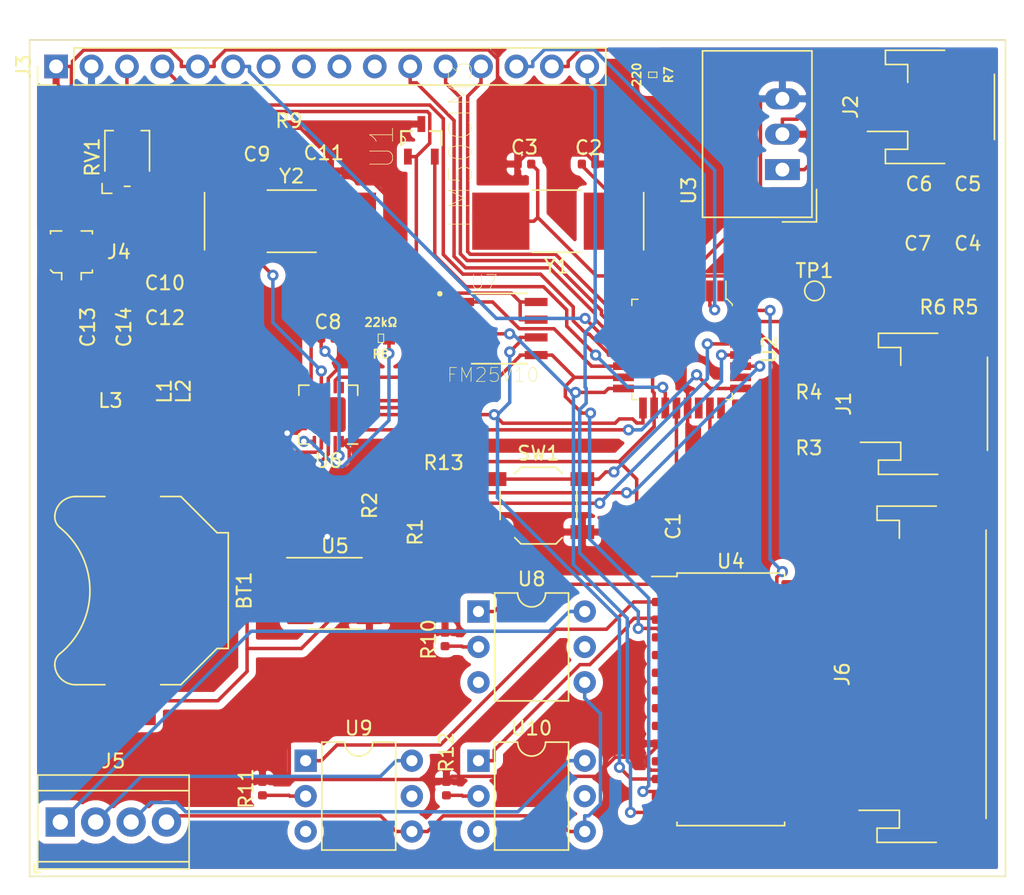
<source format=kicad_pcb>
(kicad_pcb (version 20171130) (host pcbnew "(5.1.2)-2")
  (layers (0 F.Cu signal) (31 B.Cu signal) (34 B.Paste user) (35 F.Paste user) (36 B.SilkS user) (37 F.SilkS user) (38 B.Mask user) (39 F.Mask user) (44 Edge.Cuts user))
  (net 0 "")
  (net 1 GND)
  (net 2 "Net-(BT1-Pad1)")
  (net 3 "Net-(C1-Pad1)")
  (net 4 /ProcessorConnections/X1)
  (net 5 /ProcessorConnections/X2)
  (net 6 +9V)
  (net 7 3.3V)
  (net 8 "Net-(C8-Pad1)")
  (net 9 "Net-(C9-Pad1)")
  (net 10 "Net-(C10-Pad2)")
  (net 11 "Net-(C11-Pad1)")
  (net 12 "Net-(C13-Pad2)")
  (net 13 "Net-(C13-Pad1)")
  (net 14 "Net-(J1-Pad3)")
  (net 15 "Net-(J1-Pad1)")
  (net 16 LCD_LED)
  (net 17 "Net-(J3-Pad15)")
  (net 18 LCD_D7)
  (net 19 LCD_D6)
  (net 20 LCD_D5)
  (net 21 LCD_D4)
  (net 22 LCD_EN)
  (net 23 LCD_RS)
  (net 24 LCD_CONT)
  (net 25 COMMON)
  (net 26 FAN_HOT)
  (net 27 COOL_HOT)
  (net 28 HEAT_HOT)
  (net 29 UNUSED_BTN)
  (net 30 SCHED_BTN)
  (net 31 REMOTE_BTN)
  (net 32 SETTINGS_BTN)
  (net 33 FAN_BTN)
  (net 34 MODE_BTN)
  (net 35 DWN_BTN)
  (net 36 UP_BTN)
  (net 37 "Net-(L1-Pad2)")
  (net 38 "Net-(L1-Pad1)")
  (net 39 SDA)
  (net 40 SCL)
  (net 41 UC_TX)
  (net 42 UC_RX)
  (net 43 /Power/BATT_MON)
  (net 44 "Net-(R8-Pad1)")
  (net 45 "Net-(R10-Pad1)")
  (net 46 "Net-(R11-Pad1)")
  (net 47 "Net-(R12-Pad1)")
  (net 48 "Net-(TP1-Pad1)")
  (net 49 /ProcessorConnections/ANA_TEMP)
  (net 50 EXP_INT)
  (net 51 RF_CE)
  (net 52 EXP_RST)
  (net 53 EXP_CS)
  (net 54 SCK)
  (net 55 MISO)
  (net 56 MOSI)
  (net 57 FAN_ON)
  (net 58 COOL_ON)
  (net 59 HEAT_ON)
  (net 60 UC_RST)
  (net 61 MEM_CS)
  (module Crystal:Crystal_SMD_SeikoEpson_MC405-2Pin_9.6x4.1mm (layer F.Cu) (at 75.2 50.7)
    (fp_text reference Y2 (at 0 -3.23) (layer F.SilkS))
    (fp_text value 16MHz)
    (pad 2 smd rect (at 4 0) (size 4.1 4.1) (layers F.Cu F.Paste F.Mask) (net 11 "Net-(C11-Pad1)"))
    (pad 1 smd rect (at -4 0) (size 4.1 4.1) (layers F.Cu F.Paste F.Mask) (net 9 "Net-(C9-Pad1)"))
  )
  (module Crystal:Crystal_SMD_SeikoEpson_MC405-2Pin_9.6x4.1mm (layer F.Cu) (at 94.2 50.7 180)
    (fp_text reference Y1 (at 0 -3.23) (layer F.SilkS))
    (fp_text value Crystal)
    (pad 2 smd rect (at 4 0 180) (size 4.1 4.1) (layers F.Cu F.Paste F.Mask) (net 5 /ProcessorConnections/X2))
    (pad 1 smd rect (at -4 0 180) (size 4.1 4.1) (layers F.Cu F.Paste F.Mask) (net 4 /ProcessorConnections/X1))
  )
  (module LM50CIM3:SOT95P260X110-3N (layer F.Cu) (at 84.5 44.9 90)
    (fp_text reference U1 (at -0.45775 -2.82278 90) (layer F.SilkS) (effects (font (size 1.64196 1.64196) (thickness 0.05))))
    (fp_text value LM50CIM3 (at -0.30516 2.82273 90) (layer F.SilkS) (effects (font (size 1.64194 1.64194) (thickness 0.05))))
    (pad 3 smd rect (at 1.1684 0 90) (size 1.143 0.5588) (layers F.Cu F.Paste F.Mask) (net 1 GND))
    (pad 2 smd rect (at -1.1684 0.9652 90) (size 1.143 0.5588) (layers F.Cu F.Paste F.Mask) (net 49 /ProcessorConnections/ANA_TEMP))
    (pad 1 smd rect (at -1.1684 -0.9652 90) (size 1.143 0.5588) (layers F.Cu F.Paste F.Mask) (net 7 3.3V))
  )
  (module Package_SO:SOIC-28W_7.5x17.9mm_P1.27mm (layer F.Cu) (at 106.7 85)
    (fp_text reference U4 (at 0 -9.9) (layer F.SilkS))
    (fp_text value MCP23S17_SO)
    (pad 28 smd roundrect (at 4.65 -8.255) (size 2.05 0.6) (layers F.Cu F.Paste F.Mask) (net 29 UNUSED_BTN))
    (pad 27 smd roundrect (at 4.65 -6.985) (size 2.05 0.6) (layers F.Cu F.Paste F.Mask) (net 30 SCHED_BTN))
    (pad 26 smd roundrect (at 4.65 -5.715) (size 2.05 0.6) (layers F.Cu F.Paste F.Mask) (net 31 REMOTE_BTN))
    (pad 25 smd roundrect (at 4.65 -4.445) (size 2.05 0.6) (layers F.Cu F.Paste F.Mask) (net 32 SETTINGS_BTN))
    (pad 24 smd roundrect (at 4.65 -3.175) (size 2.05 0.6) (layers F.Cu F.Paste F.Mask) (net 33 FAN_BTN))
    (pad 23 smd roundrect (at 4.65 -1.905) (size 2.05 0.6) (layers F.Cu F.Paste F.Mask) (net 34 MODE_BTN))
    (pad 22 smd roundrect (at 4.65 -0.635) (size 2.05 0.6) (layers F.Cu F.Paste F.Mask) (net 35 DWN_BTN))
    (pad 21 smd roundrect (at 4.65 0.635) (size 2.05 0.6) (layers F.Cu F.Paste F.Mask) (net 36 UP_BTN))
    (pad 20 smd roundrect (at 4.65 1.905) (size 2.05 0.6) (layers F.Cu F.Paste F.Mask) (net 50 EXP_INT))
    (pad 19 smd roundrect (at 4.65 3.175) (size 2.05 0.6) (layers F.Cu F.Paste F.Mask))
    (pad 18 smd roundrect (at 4.65 4.445) (size 2.05 0.6) (layers F.Cu F.Paste F.Mask) (net 52 EXP_RST))
    (pad 17 smd roundrect (at 4.65 5.715) (size 2.05 0.6) (layers F.Cu F.Paste F.Mask) (net 1 GND))
    (pad 16 smd roundrect (at 4.65 6.985) (size 2.05 0.6) (layers F.Cu F.Paste F.Mask) (net 1 GND))
    (pad 15 smd roundrect (at 4.65 8.255) (size 2.05 0.6) (layers F.Cu F.Paste F.Mask) (net 1 GND))
    (pad 14 smd roundrect (at -4.65 8.255) (size 2.05 0.6) (layers F.Cu F.Paste F.Mask) (net 55 MISO))
    (pad 13 smd roundrect (at -4.65 6.985) (size 2.05 0.6) (layers F.Cu F.Paste F.Mask) (net 56 MOSI))
    (pad 12 smd roundrect (at -4.65 5.715) (size 2.05 0.6) (layers F.Cu F.Paste F.Mask) (net 54 SCK))
    (pad 11 smd roundrect (at -4.65 4.445) (size 2.05 0.6) (layers F.Cu F.Paste F.Mask) (net 53 EXP_CS))
    (pad 10 smd roundrect (at -4.65 3.175) (size 2.05 0.6) (layers F.Cu F.Paste F.Mask) (net 1 GND))
    (pad 9 smd roundrect (at -4.65 1.905) (size 2.05 0.6) (layers F.Cu F.Paste F.Mask) (net 7 3.3V))
    (pad 8 smd roundrect (at -4.65 0.635) (size 2.05 0.6) (layers F.Cu F.Paste F.Mask))
    (pad 7 smd roundrect (at -4.65 -0.635) (size 2.05 0.6) (layers F.Cu F.Paste F.Mask))
    (pad 6 smd roundrect (at -4.65 -1.905) (size 2.05 0.6) (layers F.Cu F.Paste F.Mask))
    (pad 5 smd roundrect (at -4.65 -3.175) (size 2.05 0.6) (layers F.Cu F.Paste F.Mask))
    (pad 4 smd roundrect (at -4.65 -4.445) (size 2.05 0.6) (layers F.Cu F.Paste F.Mask) (net 16 LCD_LED))
    (pad 3 smd roundrect (at -4.65 -5.715) (size 2.05 0.6) (layers F.Cu F.Paste F.Mask) (net 57 FAN_ON))
    (pad 2 smd roundrect (at -4.65 -6.985) (size 2.05 0.6) (layers F.Cu F.Paste F.Mask) (net 58 COOL_ON))
    (pad 1 smd roundrect (at -4.65 -8.255) (size 2.05 0.6) (layers F.Cu F.Paste F.Mask) (net 59 HEAT_ON))
  )
  (module Battery:BatteryHolder_Keystone_3000_1x12mm (layer F.Cu) (at 63.8 77.2 270)
    (fp_text reference BT1 (at 0 -8 90) (layer F.SilkS))
    (fp_text value Battery_Cell)
    (pad 1 smd rect (at -7.9 0 270) (size 3.5 3.3) (layers F.Cu F.Paste F.Mask) (net 2 "Net-(BT1-Pad1)"))
    (pad 1 smd rect (at 7.9 0 270) (size 3.5 3.3) (layers F.Cu F.Paste F.Mask) (net 2 "Net-(BT1-Pad1)"))
    (pad 2 smd rect (at 0 0 270) (size 4 4) (layers F.Cu F.Mask) (net 1 GND))
  )
  (module Capacitor_SMD:C_0402_1005Metric (layer F.Cu) (at 101.4 72.585 270)
    (fp_text reference C1 (at 0 -1.17 90) (layer F.SilkS))
    (fp_text value 100nF)
    (pad 2 smd roundrect (at 0.485 0 270) (size 0.59 0.64) (layers F.Cu F.Paste F.Mask) (net 1 GND))
    (pad 1 smd roundrect (at -0.485 0 270) (size 0.59 0.64) (layers F.Cu F.Paste F.Mask) (net 3 "Net-(C1-Pad1)"))
  )
  (module TestPoint:TestPoint_Pad_D1.0mm (layer F.Cu) (at 112.7 55.7)
    (fp_text reference TP1 (at 0 -1.448) (layer F.SilkS))
    (fp_text value HB_OUTPUT)
    (pad 1 smd circle (at 0 0) (size 1 1) (layers F.Cu F.Mask) (net 48 "Net-(TP1-Pad1)"))
  )
  (module Button_Switch_SMD:SW_SPST_TL3342 (layer F.Cu) (at 92.9 71.1)
    (fp_text reference SW1 (at 0 -3.75) (layer F.SilkS))
    (fp_text value SW_Push)
    (pad 2 smd rect (at 3.15 1.9) (size 1.7 1) (layers F.Cu F.Paste F.Mask) (net 1 GND))
    (pad 2 smd rect (at -3.15 1.9) (size 1.7 1) (layers F.Cu F.Paste F.Mask) (net 1 GND))
    (pad 1 smd rect (at 3.15 -1.9) (size 1.7 1) (layers F.Cu F.Paste F.Mask) (net 60 UC_RST))
    (pad 1 smd rect (at -3.15 -1.9) (size 1.7 1) (layers F.Cu F.Paste F.Mask) (net 60 UC_RST))
  )
  (module Resistor_SMD:R_0402_1005Metric (layer F.Cu) (at 86.1 69.2)
    (fp_text reference R13 (at 0 -1.17) (layer F.SilkS))
    (fp_text value 10kΩ)
    (pad 2 smd roundrect (at 0.485 0) (size 0.59 0.64) (layers F.Cu F.Paste F.Mask) (net 60 UC_RST))
    (pad 1 smd roundrect (at -0.485 0) (size 0.59 0.64) (layers F.Cu F.Paste F.Mask) (net 7 3.3V))
  )
  (module Package_DIP:DIP-6_W7.62mm (layer F.Cu) (at 88.6 89.4)
    (fp_text reference U10 (at 3.81 -2.33) (layer F.SilkS))
    (fp_text value TLP3545)
    (pad 6 thru_hole oval (at 7.62 0) (size 1.6 1.6) (drill 0.8) (layers *.Cu *.Mask) (net 26 FAN_HOT))
    (pad 3 thru_hole oval (at 0 5.08) (size 1.6 1.6) (drill 0.8) (layers *.Cu *.Mask))
    (pad 5 thru_hole oval (at 7.62 2.54) (size 1.6 1.6) (drill 0.8) (layers *.Cu *.Mask))
    (pad 2 thru_hole oval (at 0 2.54) (size 1.6 1.6) (drill 0.8) (layers *.Cu *.Mask) (net 47 "Net-(R12-Pad1)"))
    (pad 4 thru_hole oval (at 7.62 5.08) (size 1.6 1.6) (drill 0.8) (layers *.Cu *.Mask) (net 25 COMMON))
    (pad 1 thru_hole rect (at 0 0) (size 1.6 1.6) (drill 0.8) (layers *.Cu *.Mask) (net 57 FAN_ON))
  )
  (module Package_DIP:DIP-6_W7.62mm (layer F.Cu) (at 76.2 89.4)
    (fp_text reference U9 (at 3.81 -2.33) (layer F.SilkS))
    (fp_text value TLP3545)
    (pad 6 thru_hole oval (at 7.62 0) (size 1.6 1.6) (drill 0.8) (layers *.Cu *.Mask) (net 27 COOL_HOT))
    (pad 3 thru_hole oval (at 0 5.08) (size 1.6 1.6) (drill 0.8) (layers *.Cu *.Mask))
    (pad 5 thru_hole oval (at 7.62 2.54) (size 1.6 1.6) (drill 0.8) (layers *.Cu *.Mask))
    (pad 2 thru_hole oval (at 0 2.54) (size 1.6 1.6) (drill 0.8) (layers *.Cu *.Mask) (net 46 "Net-(R11-Pad1)"))
    (pad 4 thru_hole oval (at 7.62 5.08) (size 1.6 1.6) (drill 0.8) (layers *.Cu *.Mask) (net 25 COMMON))
    (pad 1 thru_hole rect (at 0 0) (size 1.6 1.6) (drill 0.8) (layers *.Cu *.Mask) (net 58 COOL_ON))
  )
  (module Package_DIP:DIP-6_W7.62mm (layer F.Cu) (at 88.6 78.7)
    (fp_text reference U8 (at 3.81 -2.33) (layer F.SilkS))
    (fp_text value TLP3545)
    (pad 6 thru_hole oval (at 7.62 0) (size 1.6 1.6) (drill 0.8) (layers *.Cu *.Mask) (net 28 HEAT_HOT))
    (pad 3 thru_hole oval (at 0 5.08) (size 1.6 1.6) (drill 0.8) (layers *.Cu *.Mask))
    (pad 5 thru_hole oval (at 7.62 2.54) (size 1.6 1.6) (drill 0.8) (layers *.Cu *.Mask))
    (pad 2 thru_hole oval (at 0 2.54) (size 1.6 1.6) (drill 0.8) (layers *.Cu *.Mask) (net 45 "Net-(R10-Pad1)"))
    (pad 4 thru_hole oval (at 7.62 5.08) (size 1.6 1.6) (drill 0.8) (layers *.Cu *.Mask) (net 25 COMMON))
    (pad 1 thru_hole rect (at 0 0) (size 1.6 1.6) (drill 0.8) (layers *.Cu *.Mask) (net 59 HEAT_ON))
  )
  (module FM25V10:SOIC127P601X172-8N (layer F.Cu) (at 90.1 58.4)
    (fp_text reference U7 (at -1.0935 -3.332) (layer F.SilkS) (effects (font (thickness 0.05))))
    (fp_text value FM25V10 (at -0.4585 3.332) (layer F.SilkS) (effects (font (thickness 0.05))))
    (pad 8 smd rect (at 2.635 -1.905) (size 1.64 0.59) (layers F.Cu F.Paste F.Mask) (net 7 3.3V))
    (pad 7 smd rect (at 2.635 -0.635) (size 1.64 0.59) (layers F.Cu F.Paste F.Mask) (net 7 3.3V))
    (pad 6 smd rect (at 2.635 0.635) (size 1.64 0.59) (layers F.Cu F.Paste F.Mask) (net 54 SCK))
    (pad 5 smd rect (at 2.635 1.905) (size 1.64 0.59) (layers F.Cu F.Paste F.Mask) (net 56 MOSI))
    (pad 4 smd rect (at -2.635 1.905) (size 1.64 0.59) (layers F.Cu F.Paste F.Mask) (net 1 GND))
    (pad 3 smd rect (at -2.635 0.635) (size 1.64 0.59) (layers F.Cu F.Paste F.Mask) (net 7 3.3V))
    (pad 2 smd rect (at -2.635 -0.635) (size 1.64 0.59) (layers F.Cu F.Paste F.Mask) (net 55 MISO))
    (pad 1 smd rect (at -2.635 -1.905) (size 1.64 0.59) (layers F.Cu F.Paste F.Mask) (net 61 MEM_CS))
  )
  (module Package_DFN_QFN:QFN-20-1EP_4x4mm_P0.5mm_EP2.5x2.5mm (layer F.Cu) (at 77.825 64.575 180)
    (fp_text reference U6 (at 0 -3.3) (layer F.SilkS))
    (fp_text value nRF24L01P)
    (pad 21 smd roundrect (at 0 0 180) (size 2.5 2.5) (layers F.Cu F.Mask) (roundrect_rratio 0.1))
    (pad 1 smd roundrect (at -1.9375 -1 180) (size 0.825 0.25) (layers F.Cu F.Paste F.Mask) (net 51 RF_CE))
    (pad 2 smd roundrect (at -1.9375 -0.5 180) (size 0.825 0.25) (layers F.Cu F.Paste F.Mask))
    (pad 3 smd roundrect (at -1.9375 0 180) (size 0.825 0.25) (layers F.Cu F.Paste F.Mask) (net 54 SCK))
    (pad 4 smd roundrect (at -1.9375 0.5 180) (size 0.825 0.25) (layers F.Cu F.Paste F.Mask) (net 56 MOSI))
    (pad 5 smd roundrect (at -1.9375 1 180) (size 0.825 0.25) (layers F.Cu F.Paste F.Mask) (net 55 MISO))
    (pad 6 smd roundrect (at -1 1.9375 180) (size 0.25 0.825) (layers F.Cu F.Paste F.Mask))
    (pad 7 smd roundrect (at -0.5 1.9375 180) (size 0.25 0.825) (layers F.Cu F.Paste F.Mask) (net 7 3.3V))
    (pad 8 smd roundrect (at 0 1.9375 180) (size 0.25 0.825) (layers F.Cu F.Paste F.Mask) (net 1 GND))
    (pad 9 smd roundrect (at 0.5 1.9375 180) (size 0.25 0.825) (layers F.Cu F.Paste F.Mask) (net 9 "Net-(C9-Pad1)"))
    (pad 10 smd roundrect (at 1 1.9375 180) (size 0.25 0.825) (layers F.Cu F.Paste F.Mask) (net 11 "Net-(C11-Pad1)"))
    (pad 11 smd roundrect (at 1.9375 1 180) (size 0.825 0.25) (layers F.Cu F.Paste F.Mask) (net 10 "Net-(C10-Pad2)"))
    (pad 12 smd roundrect (at 1.9375 0.5 180) (size 0.825 0.25) (layers F.Cu F.Paste F.Mask) (net 37 "Net-(L1-Pad2)"))
    (pad 13 smd roundrect (at 1.9375 0 180) (size 0.825 0.25) (layers F.Cu F.Paste F.Mask) (net 38 "Net-(L1-Pad1)"))
    (pad 14 smd roundrect (at 1.9375 -0.5 180) (size 0.825 0.25) (layers F.Cu F.Paste F.Mask) (net 1 GND))
    (pad 15 smd roundrect (at 1.9375 -1 180) (size 0.825 0.25) (layers F.Cu F.Paste F.Mask) (net 7 3.3V))
    (pad 16 smd roundrect (at 1 -1.9375 180) (size 0.25 0.825) (layers F.Cu F.Paste F.Mask) (net 44 "Net-(R8-Pad1)"))
    (pad 17 smd roundrect (at 0.5 -1.9375 180) (size 0.25 0.825) (layers F.Cu F.Paste F.Mask) (net 1 GND))
    (pad 18 smd roundrect (at 0 -1.9375 180) (size 0.25 0.825) (layers F.Cu F.Paste F.Mask) (net 7 3.3V))
    (pad 19 smd roundrect (at -0.5 -1.9375 180) (size 0.25 0.825) (layers F.Cu F.Paste F.Mask) (net 8 "Net-(C8-Pad1)"))
    (pad 20 smd roundrect (at -1 -1.9375 180) (size 0.25 0.825) (layers F.Cu F.Paste F.Mask) (net 1 GND))
  )
  (module Package_SO:SOIC-8_3.9x4.9mm_P1.27mm (layer F.Cu) (at 78.3 77.4)
    (fp_text reference U5 (at 0 -3.4) (layer F.SilkS))
    (fp_text value DS3231MZ)
    (pad 8 smd roundrect (at 2.475 -1.905) (size 1.95 0.6) (layers F.Cu F.Paste F.Mask) (net 40 SCL))
    (pad 7 smd roundrect (at 2.475 -0.635) (size 1.95 0.6) (layers F.Cu F.Paste F.Mask) (net 39 SDA))
    (pad 6 smd roundrect (at 2.475 0.635) (size 1.95 0.6) (layers F.Cu F.Paste F.Mask) (net 2 "Net-(BT1-Pad1)"))
    (pad 5 smd roundrect (at 2.475 1.905) (size 1.95 0.6) (layers F.Cu F.Paste F.Mask) (net 1 GND))
    (pad 4 smd roundrect (at -2.475 1.905) (size 1.95 0.6) (layers F.Cu F.Paste F.Mask) (net 7 3.3V))
    (pad 3 smd roundrect (at -2.475 0.635) (size 1.95 0.6) (layers F.Cu F.Paste F.Mask))
    (pad 2 smd roundrect (at -2.475 -0.635) (size 1.95 0.6) (layers F.Cu F.Paste F.Mask) (net 7 3.3V))
    (pad 1 smd roundrect (at -2.475 -1.905) (size 1.95 0.6) (layers F.Cu F.Paste F.Mask))
  )
  (module Converter_DCDC:Converter_DCDC_TRACO_TSR-1_THT (layer F.Cu) (at 110.4 47 90)
    (fp_text reference U3 (at -1.5 -6.71 90) (layer F.SilkS))
    (fp_text value TSR_1-2433)
    (pad 1 thru_hole rect (at 0 0 90) (size 1.5 2.5) (drill 1) (layers *.Cu *.Mask) (net 6 +9V))
    (pad 2 thru_hole oval (at 2.54 0 90) (size 1.5 2.5) (drill 1) (layers *.Cu *.Mask) (net 1 GND))
    (pad 3 thru_hole oval (at 5.08 0 90) (size 1.5 2.5) (drill 1) (layers *.Cu *.Mask) (net 7 3.3V))
  )
  (module digikey-footprints:TQFP-32_7x7mm (layer F.Cu) (at 103.2 59.9 270)
    (fp_text reference U2 (at 0 -6.25 90) (layer F.SilkS))
    (fp_text value ATMEGA328P-AU)
    (pad 32 smd rect (at -2.8 -4.2 270) (size 0.55 1.5) (layers F.Cu F.Paste F.Mask) (net 50 EXP_INT))
    (pad 31 smd rect (at -2 -4.2 270) (size 0.55 1.5) (layers F.Cu F.Paste F.Mask) (net 41 UC_TX))
    (pad 30 smd rect (at -1.2 -4.2 270) (size 0.55 1.5) (layers F.Cu F.Paste F.Mask) (net 42 UC_RX))
    (pad 29 smd rect (at -0.4 -4.2 270) (size 0.55 1.5) (layers F.Cu F.Paste F.Mask) (net 60 UC_RST))
    (pad 28 smd rect (at 0.4 -4.2 270) (size 0.55 1.5) (layers F.Cu F.Paste F.Mask) (net 40 SCL))
    (pad 27 smd rect (at 1.2 -4.2 270) (size 0.55 1.5) (layers F.Cu F.Paste F.Mask) (net 39 SDA))
    (pad 26 smd rect (at 2 -4.2 270) (size 0.55 1.5) (layers F.Cu F.Paste F.Mask))
    (pad 25 smd rect (at 2.8 -4.2 270) (size 0.55 1.5) (layers F.Cu F.Paste F.Mask) (net 51 RF_CE))
    (pad 24 smd rect (at 4.2 -2.8 270) (size 1.5 0.55) (layers F.Cu F.Paste F.Mask) (net 52 EXP_RST))
    (pad 23 smd rect (at 4.2 -2 270) (size 1.5 0.55) (layers F.Cu F.Paste F.Mask) (net 53 EXP_CS))
    (pad 22 smd rect (at 4.2 -1.2 270) (size 1.5 0.55) (layers F.Cu F.Paste F.Mask))
    (pad 21 smd rect (at 4.2 -0.4 270) (size 1.5 0.55) (layers F.Cu F.Paste F.Mask) (net 1 GND))
    (pad 20 smd rect (at 4.2 0.4 270) (size 1.5 0.55) (layers F.Cu F.Paste F.Mask) (net 3 "Net-(C1-Pad1)"))
    (pad 19 smd rect (at 4.2 1.2 270) (size 1.5 0.55) (layers F.Cu F.Paste F.Mask) (net 49 /ProcessorConnections/ANA_TEMP))
    (pad 18 smd rect (at 4.2 2 270) (size 1.5 0.55) (layers F.Cu F.Paste F.Mask) (net 7 3.3V))
    (pad 17 smd rect (at 4.2 2.8 270) (size 1.5 0.55) (layers F.Cu F.Paste F.Mask) (net 54 SCK))
    (pad 16 smd rect (at 2.8 4.2 270) (size 0.55 1.5) (layers F.Cu F.Paste F.Mask) (net 55 MISO))
    (pad 15 smd rect (at 2 4.2 270) (size 0.55 1.5) (layers F.Cu F.Paste F.Mask) (net 56 MOSI))
    (pad 14 smd rect (at 1.2 4.2 270) (size 0.55 1.5) (layers F.Cu F.Paste F.Mask) (net 61 MEM_CS))
    (pad 13 smd rect (at 0.4 4.2 270) (size 0.55 1.5) (layers F.Cu F.Paste F.Mask) (net 23 LCD_RS))
    (pad 12 smd rect (at -0.4 4.2 270) (size 0.55 1.5) (layers F.Cu F.Paste F.Mask) (net 22 LCD_EN))
    (pad 11 smd rect (at -1.2 4.2 270) (size 0.55 1.5) (layers F.Cu F.Paste F.Mask) (net 21 LCD_D4))
    (pad 10 smd rect (at -2 4.2 270) (size 0.55 1.5) (layers F.Cu F.Paste F.Mask) (net 20 LCD_D5))
    (pad 8 smd rect (at -4.2 2.8 270) (size 1.5 0.55) (layers F.Cu F.Paste F.Mask) (net 5 /ProcessorConnections/X2))
    (pad 7 smd rect (at -4.2 2 270) (size 1.5 0.55) (layers F.Cu F.Paste F.Mask) (net 4 /ProcessorConnections/X1))
    (pad 6 smd rect (at -4.2 1.2 270) (size 1.5 0.55) (layers F.Cu F.Paste F.Mask) (net 7 3.3V))
    (pad 5 smd rect (at -4.2 0.4 270) (size 1.5 0.55) (layers F.Cu F.Paste F.Mask) (net 1 GND))
    (pad 4 smd rect (at -4.2 -0.4 270) (size 1.5 0.55) (layers F.Cu F.Paste F.Mask) (net 7 3.3V))
    (pad 3 smd rect (at -4.2 -1.2 270) (size 1.5 0.55) (layers F.Cu F.Paste F.Mask) (net 1 GND))
    (pad 2 smd rect (at -4.2 -2 270) (size 1.5 0.55) (layers F.Cu F.Paste F.Mask) (net 18 LCD_D7))
    (pad 1 smd rect (at -4.2 -2.8 270) (size 1.5 0.55) (layers F.Cu F.Paste F.Mask) (net 48 "Net-(TP1-Pad1)"))
    (pad 9 smd rect (at -2.8 4.2 270) (size 0.55 1.5) (layers F.Cu F.Paste F.Mask) (net 19 LCD_D6))
  )
  (module Potentiometer_SMD:Potentiometer_Bourns_TC33X_Vertical (layer F.Cu) (at 63.4 46.1 90)
    (fp_text reference RV1 (at 0 -2.5 90) (layer F.SilkS))
    (fp_text value R_POT_US)
    (pad 1 smd rect (at -1.8 -1 90) (size 1.2 1.2) (layers F.Cu F.Paste F.Mask) (net 7 3.3V))
    (pad 3 smd rect (at -1.8 1 90) (size 1.2 1.2) (layers F.Cu F.Paste F.Mask) (net 1 GND))
    (pad 2 smd rect (at 1.45 0 90) (size 1.5 1.6) (layers F.Cu F.Paste F.Mask) (net 24 LCD_CONT))
  )
  (module Resistor_SMD:R_0402_1005Metric (layer F.Cu) (at 86.3 91.4 90)
    (fp_text reference R12 (at 2.6 0 90) (layer F.SilkS))
    (fp_text value 100Ω)
    (pad 1 smd roundrect (at -0.485 0 90) (size 0.59 0.64) (layers F.Cu F.Paste F.Mask) (net 47 "Net-(R12-Pad1)"))
    (pad 2 smd roundrect (at 0.485 0 90) (size 0.59 0.64) (layers F.Cu F.Paste F.Mask) (net 1 GND))
  )
  (module Resistor_SMD:R_0402_1005Metric (layer F.Cu) (at 73.1 91.4 90)
    (fp_text reference R11 (at 0 -1.17 90) (layer F.SilkS))
    (fp_text value 100Ω)
    (pad 1 smd roundrect (at -0.485 0 90) (size 0.59 0.64) (layers F.Cu F.Paste F.Mask) (net 46 "Net-(R11-Pad1)"))
    (pad 2 smd roundrect (at 0.485 0 90) (size 0.59 0.64) (layers F.Cu F.Paste F.Mask) (net 1 GND))
  )
  (module Resistor_SMD:R_0402_1005Metric (layer F.Cu) (at 86.2 80.7 90)
    (fp_text reference R10 (at 0 -1.17 90) (layer F.SilkS))
    (fp_text value 100Ω)
    (pad 1 smd roundrect (at -0.485 0 90) (size 0.59 0.64) (layers F.Cu F.Paste F.Mask) (net 45 "Net-(R10-Pad1)"))
    (pad 2 smd roundrect (at 0.485 0 90) (size 0.59 0.64) (layers F.Cu F.Paste F.Mask) (net 1 GND))
  )
  (module Resistor_SMD:R_0402_1005Metric (layer F.Cu) (at 75 44.7 180)
    (fp_text reference R9 (at 0 1.2) (layer F.SilkS))
    (fp_text value 1MΩ)
    (pad 1 smd roundrect (at -0.485 0 180) (size 0.59 0.64) (layers F.Cu F.Paste F.Mask) (net 11 "Net-(C11-Pad1)"))
    (pad 2 smd roundrect (at 0.485 0 180) (size 0.59 0.64) (layers F.Cu F.Paste F.Mask) (net 9 "Net-(C9-Pad1)"))
  )
  (module Resistors:0402 (layer F.Cu) (at 81.6 59.1 180)
    (fp_text reference R8 (at 0 -1.143) (layer F.SilkS) (effects (font (size 0.6096 0.6096) (thickness 0.127))))
    (fp_text value 22kΩ (at 0 1.143) (layer F.SilkS) (effects (font (size 0.6096 0.6096) (thickness 0.127))))
    (pad 1 smd rect (at -0.57912 0 180) (size 0.84836 0.89916) (layers F.Cu F.Paste F.Mask) (net 44 "Net-(R8-Pad1)"))
    (pad 2 smd rect (at 0.57912 0 180) (size 0.84836 0.89916) (layers F.Cu F.Paste F.Mask) (net 1 GND))
  )
  (module Resistors:0402 (layer F.Cu) (at 101.1 40.2 270)
    (fp_text reference R7 (at 0 -1.143 90) (layer F.SilkS) (effects (font (size 0.6096 0.6096) (thickness 0.127))))
    (fp_text value 220 (at 0 1.143 90) (layer F.SilkS) (effects (font (size 0.6096 0.6096) (thickness 0.127))))
    (pad 1 smd rect (at -0.57912 0 270) (size 0.84836 0.89916) (layers F.Cu F.Paste F.Mask) (net 17 "Net-(J3-Pad15)"))
    (pad 2 smd rect (at 0.57912 0 270) (size 0.84836 0.89916) (layers F.Cu F.Paste F.Mask) (net 7 3.3V))
  )
  (module Resistor_SMD:R_0402_1005Metric (layer F.Cu) (at 121.2 55.7 180)
    (fp_text reference R6 (at 0 -1.17) (layer F.SilkS))
    (fp_text value 100k)
    (pad 1 smd roundrect (at -0.485 0 180) (size 0.59 0.64) (layers F.Cu F.Paste F.Mask) (net 43 /Power/BATT_MON))
    (pad 2 smd roundrect (at 0.485 0 180) (size 0.59 0.64) (layers F.Cu F.Paste F.Mask) (net 1 GND))
  )
  (module Resistor_SMD:R_0402_1005Metric (layer F.Cu) (at 123.5 55.7 180)
    (fp_text reference R5 (at 0 -1.17) (layer F.SilkS))
    (fp_text value 220k)
    (pad 1 smd roundrect (at -0.485 0 180) (size 0.59 0.64) (layers F.Cu F.Paste F.Mask) (net 6 +9V))
    (pad 2 smd roundrect (at 0.485 0 180) (size 0.59 0.64) (layers F.Cu F.Paste F.Mask) (net 43 /Power/BATT_MON))
  )
  (module Resistor_SMD:R_0402_1005Metric (layer F.Cu) (at 112.3 61.8 180)
    (fp_text reference R4 (at 0 -1.17) (layer F.SilkS))
    (fp_text value 1kΩ)
    (pad 1 smd roundrect (at -0.485 0 180) (size 0.59 0.64) (layers F.Cu F.Paste F.Mask) (net 14 "Net-(J1-Pad3)"))
    (pad 2 smd roundrect (at 0.485 0 180) (size 0.59 0.64) (layers F.Cu F.Paste F.Mask) (net 42 UC_RX))
  )
  (module Resistor_SMD:R_0402_1005Metric (layer F.Cu) (at 112.3 65.8 180)
    (fp_text reference R3 (at 0 -1.17) (layer F.SilkS))
    (fp_text value 1kΩ)
    (pad 1 smd roundrect (at -0.485 0 180) (size 0.59 0.64) (layers F.Cu F.Paste F.Mask) (net 15 "Net-(J1-Pad1)"))
    (pad 2 smd roundrect (at 0.485 0 180) (size 0.59 0.64) (layers F.Cu F.Paste F.Mask) (net 41 UC_TX))
  )
  (module Resistor_SMD:R_0402_1005Metric (layer F.Cu) (at 80.8 73 270)
    (fp_text reference R2 (at -1.9 0 90) (layer F.SilkS))
    (fp_text value 4.7K)
    (pad 1 smd roundrect (at -0.485 0 270) (size 0.59 0.64) (layers F.Cu F.Paste F.Mask) (net 7 3.3V))
    (pad 2 smd roundrect (at 0.485 0 270) (size 0.59 0.64) (layers F.Cu F.Paste F.Mask) (net 40 SCL))
  )
  (module Resistor_SMD:R_0402_1005Metric (layer F.Cu) (at 82.9 73 270)
    (fp_text reference R1 (at 0 -1.17 90) (layer F.SilkS))
    (fp_text value 4.7K)
    (pad 1 smd roundrect (at -0.485 0 270) (size 0.59 0.64) (layers F.Cu F.Paste F.Mask) (net 7 3.3V))
    (pad 2 smd roundrect (at 0.485 0 270) (size 0.59 0.64) (layers F.Cu F.Paste F.Mask) (net 39 SDA))
  )
  (module Inductor_SMD:L_0402_1005Metric (layer F.Cu) (at 62.2 62.4 180)
    (fp_text reference L3 (at 0 -1.17) (layer F.SilkS))
    (fp_text value 7.9nH)
    (pad 1 smd roundrect (at -0.485 0 180) (size 0.59 0.64) (layers F.Cu F.Paste F.Mask) (net 38 "Net-(L1-Pad1)"))
    (pad 2 smd roundrect (at 0.485 0 180) (size 0.59 0.64) (layers F.Cu F.Paste F.Mask) (net 12 "Net-(C13-Pad2)"))
  )
  (module Inductor_SMD:L_0402_1005Metric (layer F.Cu) (at 68.6 62.9 90)
    (fp_text reference L2 (at 0 -1.17 90) (layer F.SilkS))
    (fp_text value 2.3nH)
    (pad 1 smd roundrect (at -0.485 0 90) (size 0.59 0.64) (layers F.Cu F.Paste F.Mask) (net 37 "Net-(L1-Pad2)"))
    (pad 2 smd roundrect (at 0.485 0 90) (size 0.59 0.64) (layers F.Cu F.Paste F.Mask) (net 10 "Net-(C10-Pad2)"))
  )
  (module Inductor_SMD:L_0402_1005Metric (layer F.Cu) (at 64.9 62.9 270)
    (fp_text reference L1 (at 0 -1.17 90) (layer F.SilkS))
    (fp_text value 12nH)
    (pad 1 smd roundrect (at -0.485 0 270) (size 0.59 0.64) (layers F.Cu F.Paste F.Mask) (net 38 "Net-(L1-Pad1)"))
    (pad 2 smd roundrect (at 0.485 0 270) (size 0.59 0.64) (layers F.Cu F.Paste F.Mask) (net 37 "Net-(L1-Pad2)"))
  )
  (module Connector_JST:JST_PH_S10B-PH-SM4-TB_1x10-1MP_P2.00mm_Horizontal (layer F.Cu) (at 120.5 83.2 90)
    (fp_text reference J6 (at 0 -5.8 90) (layer F.SilkS))
    (fp_text value Conn_01x10)
    (pad MP smd roundrect (at 11.35 2.9 90) (size 1.5 3.4) (layers F.Cu F.Paste F.Mask) (roundrect_rratio 0.166667))
    (pad MP smd roundrect (at -11.35 2.9 90) (size 1.5 3.4) (layers F.Cu F.Paste F.Mask) (roundrect_rratio 0.166667))
    (pad 10 smd roundrect (at 9 -2.85 90) (size 1 3.5) (layers F.Cu F.Paste F.Mask) (net 1 GND))
    (pad 9 smd roundrect (at 7 -2.85 90) (size 1 3.5) (layers F.Cu F.Paste F.Mask))
    (pad 8 smd roundrect (at 5 -2.85 90) (size 1 3.5) (layers F.Cu F.Paste F.Mask) (net 29 UNUSED_BTN))
    (pad 7 smd roundrect (at 3 -2.85 90) (size 1 3.5) (layers F.Cu F.Paste F.Mask) (net 30 SCHED_BTN))
    (pad 6 smd roundrect (at 1 -2.85 90) (size 1 3.5) (layers F.Cu F.Paste F.Mask) (net 31 REMOTE_BTN))
    (pad 5 smd roundrect (at -1 -2.85 90) (size 1 3.5) (layers F.Cu F.Paste F.Mask) (net 32 SETTINGS_BTN))
    (pad 4 smd roundrect (at -3 -2.85 90) (size 1 3.5) (layers F.Cu F.Paste F.Mask) (net 33 FAN_BTN))
    (pad 3 smd roundrect (at -5 -2.85 90) (size 1 3.5) (layers F.Cu F.Paste F.Mask) (net 34 MODE_BTN))
    (pad 2 smd roundrect (at -7 -2.85 90) (size 1 3.5) (layers F.Cu F.Paste F.Mask) (net 35 DWN_BTN))
    (pad 1 smd roundrect (at -9 -2.85 90) (size 1 3.5) (layers F.Cu F.Paste F.Mask) (net 36 UP_BTN))
  )
  (module TerminalBlock_TE-Connectivity:TerminalBlock_TE_282834-4_1x04_P2.54mm_Horizontal (layer F.Cu) (at 58.6 93.8)
    (fp_text reference J5 (at 3.81 -4.37) (layer F.SilkS))
    (fp_text value Conn_01x04)
    (pad 1 thru_hole rect (at 0 0) (size 2.1 2.1) (drill 1.1) (layers *.Cu *.Mask) (net 28 HEAT_HOT))
    (pad 2 thru_hole circle (at 2.54 0) (size 2.1 2.1) (drill 1.1) (layers *.Cu *.Mask) (net 27 COOL_HOT))
    (pad 3 thru_hole circle (at 5.08 0) (size 2.1 2.1) (drill 1.1) (layers *.Cu *.Mask) (net 26 FAN_HOT))
    (pad 4 thru_hole circle (at 7.62 0) (size 2.1 2.1) (drill 1.1) (layers *.Cu *.Mask) (net 25 COMMON))
  )
  (module Connector_Coaxial:U.FL_Molex_MCRF_73412-0110_Vertical (layer F.Cu) (at 59.4 52.9)
    (fp_text reference J4 (at 3.4 0) (layer F.SilkS))
    (fp_text value Conn_Coaxial)
    (pad 2 smd rect (at -1.475 0) (size 1.05 2.2) (layers F.Cu F.Paste F.Mask) (net 1 GND))
    (pad 2 smd rect (at 1.475 0) (size 1.05 2.2) (layers F.Cu F.Paste F.Mask) (net 1 GND))
    (pad 2 smd rect (at 0 -1.5) (size 1 1) (layers F.Cu F.Paste F.Mask) (net 1 GND))
    (pad 1 smd rect (at 0 1.5) (size 1 1) (layers F.Cu F.Paste F.Mask) (net 13 "Net-(C13-Pad1)"))
  )
  (module Connector_PinHeader_2.54mm:PinHeader_1x16_P2.54mm_Vertical (layer F.Cu) (at 58.3 39.6 90)
    (fp_text reference J3 (at 0 -2.33 90) (layer F.SilkS))
    (fp_text value LCD_HEADER)
    (pad 16 thru_hole oval (at 0 38.1 90) (size 1.7 1.7) (drill 1) (layers *.Cu *.Mask) (net 16 LCD_LED))
    (pad 15 thru_hole oval (at 0 35.56 90) (size 1.7 1.7) (drill 1) (layers *.Cu *.Mask) (net 17 "Net-(J3-Pad15)"))
    (pad 14 thru_hole oval (at 0 33.02 90) (size 1.7 1.7) (drill 1) (layers *.Cu *.Mask) (net 18 LCD_D7))
    (pad 13 thru_hole oval (at 0 30.48 90) (size 1.7 1.7) (drill 1) (layers *.Cu *.Mask) (net 19 LCD_D6))
    (pad 12 thru_hole oval (at 0 27.94 90) (size 1.7 1.7) (drill 1) (layers *.Cu *.Mask) (net 20 LCD_D5))
    (pad 11 thru_hole oval (at 0 25.4 90) (size 1.7 1.7) (drill 1) (layers *.Cu *.Mask) (net 21 LCD_D4))
    (pad 10 thru_hole oval (at 0 22.86 90) (size 1.7 1.7) (drill 1) (layers *.Cu *.Mask))
    (pad 9 thru_hole oval (at 0 20.32 90) (size 1.7 1.7) (drill 1) (layers *.Cu *.Mask))
    (pad 8 thru_hole oval (at 0 17.78 90) (size 1.7 1.7) (drill 1) (layers *.Cu *.Mask))
    (pad 7 thru_hole oval (at 0 15.24 90) (size 1.7 1.7) (drill 1) (layers *.Cu *.Mask))
    (pad 6 thru_hole oval (at 0 12.7 90) (size 1.7 1.7) (drill 1) (layers *.Cu *.Mask) (net 22 LCD_EN))
    (pad 5 thru_hole oval (at 0 10.16 90) (size 1.7 1.7) (drill 1) (layers *.Cu *.Mask) (net 1 GND))
    (pad 4 thru_hole oval (at 0 7.62 90) (size 1.7 1.7) (drill 1) (layers *.Cu *.Mask) (net 23 LCD_RS))
    (pad 3 thru_hole oval (at 0 5.08 90) (size 1.7 1.7) (drill 1) (layers *.Cu *.Mask) (net 24 LCD_CONT))
    (pad 2 thru_hole oval (at 0 2.54 90) (size 1.7 1.7) (drill 1) (layers *.Cu *.Mask) (net 7 3.3V))
    (pad 1 thru_hole rect (at 0 0 90) (size 1.7 1.7) (drill 1) (layers *.Cu *.Mask) (net 1 GND))
  )
  (module Connector_JST:JST_PH_S2B-PH-SM4-TB_1x02-1MP_P2.00mm_Horizontal (layer F.Cu) (at 121.1 42.5 90)
    (fp_text reference J2 (at 0 -5.8 90) (layer F.SilkS))
    (fp_text value Conn_01x02_Male)
    (pad MP smd roundrect (at 3.35 2.9 90) (size 1.5 3.4) (layers F.Cu F.Paste F.Mask) (roundrect_rratio 0.166667))
    (pad MP smd roundrect (at -3.35 2.9 90) (size 1.5 3.4) (layers F.Cu F.Paste F.Mask) (roundrect_rratio 0.166667))
    (pad 2 smd roundrect (at 1 -2.85 90) (size 1 3.5) (layers F.Cu F.Paste F.Mask) (net 1 GND))
    (pad 1 smd roundrect (at -1 -2.85 90) (size 1 3.5) (layers F.Cu F.Paste F.Mask) (net 6 +9V))
  )
  (module Connector_JST:JST_PH_S3B-PH-SM4-TB_1x03-1MP_P2.00mm_Horizontal (layer F.Cu) (at 120.6 63.8 90)
    (fp_text reference J1 (at 0 -5.8 90) (layer F.SilkS))
    (fp_text value Conn_01x03)
    (pad MP smd roundrect (at 4.35 2.9 90) (size 1.5 3.4) (layers F.Cu F.Paste F.Mask) (roundrect_rratio 0.166667))
    (pad MP smd roundrect (at -4.35 2.9 90) (size 1.5 3.4) (layers F.Cu F.Paste F.Mask) (roundrect_rratio 0.166667))
    (pad 3 smd roundrect (at 2 -2.85 90) (size 1 3.5) (layers F.Cu F.Paste F.Mask) (net 14 "Net-(J1-Pad3)"))
    (pad 2 smd roundrect (at 0 -2.85 90) (size 1 3.5) (layers F.Cu F.Paste F.Mask) (net 1 GND))
    (pad 1 smd roundrect (at -2 -2.85 90) (size 1 3.5) (layers F.Cu F.Paste F.Mask) (net 15 "Net-(J1-Pad1)"))
  )
  (module Capacitor_SMD:C_0402_1005Metric (layer F.Cu) (at 62 58.3 270)
    (fp_text reference C14 (at 0 -1.17 90) (layer F.SilkS))
    (fp_text value 1.5pF)
    (pad 1 smd roundrect (at -0.485 0 270) (size 0.59 0.64) (layers F.Cu F.Paste F.Mask) (net 13 "Net-(C13-Pad1)"))
    (pad 2 smd roundrect (at 0.485 0 270) (size 0.59 0.64) (layers F.Cu F.Paste F.Mask) (net 1 GND))
  )
  (module Capacitor_SMD:C_0402_1005Metric (layer F.Cu) (at 59.4 58.3 270)
    (fp_text reference C13 (at 0 -1.17 90) (layer F.SilkS))
    (fp_text value 15pF)
    (pad 1 smd roundrect (at -0.485 0 270) (size 0.59 0.64) (layers F.Cu F.Paste F.Mask) (net 13 "Net-(C13-Pad1)"))
    (pad 2 smd roundrect (at 0.485 0 270) (size 0.59 0.64) (layers F.Cu F.Paste F.Mask) (net 12 "Net-(C13-Pad2)"))
  )
  (module Capacitor_SMD:C_0402_1005Metric (layer F.Cu) (at 66.1 58.8)
    (fp_text reference C12 (at 0 -1.17) (layer F.SilkS))
    (fp_text value 4.7pF)
    (pad 1 smd roundrect (at -0.485 0) (size 0.59 0.64) (layers F.Cu F.Paste F.Mask) (net 1 GND))
    (pad 2 smd roundrect (at 0.485 0) (size 0.59 0.64) (layers F.Cu F.Paste F.Mask) (net 10 "Net-(C10-Pad2)"))
  )
  (module Capacitor_SMD:C_0402_1005Metric (layer F.Cu) (at 77.5 47.1)
    (fp_text reference C11 (at 0 -1.3) (layer F.SilkS))
    (fp_text value 22pF)
    (pad 1 smd roundrect (at -0.485 0) (size 0.59 0.64) (layers F.Cu F.Paste F.Mask) (net 11 "Net-(C11-Pad1)"))
    (pad 2 smd roundrect (at 0.485 0) (size 0.59 0.64) (layers F.Cu F.Paste F.Mask) (net 1 GND))
  )
  (module Capacitor_SMD:C_0402_1005Metric (layer F.Cu) (at 66.1 56.3)
    (fp_text reference C10 (at 0 -1.17) (layer F.SilkS))
    (fp_text value 2.2nF)
    (pad 1 smd roundrect (at -0.485 0) (size 0.59 0.64) (layers F.Cu F.Paste F.Mask) (net 1 GND))
    (pad 2 smd roundrect (at 0.485 0) (size 0.59 0.64) (layers F.Cu F.Paste F.Mask) (net 10 "Net-(C10-Pad2)"))
  )
  (module Capacitor_SMD:C_0402_1005Metric (layer F.Cu) (at 72.8 47.1 180)
    (fp_text reference C9 (at 0.1 1.2) (layer F.SilkS))
    (fp_text value 22pF)
    (pad 1 smd roundrect (at -0.485 0 180) (size 0.59 0.64) (layers F.Cu F.Paste F.Mask) (net 9 "Net-(C9-Pad1)"))
    (pad 2 smd roundrect (at 0.485 0 180) (size 0.59 0.64) (layers F.Cu F.Paste F.Mask) (net 1 GND))
  )
  (module Capacitor_SMD:C_0402_1005Metric (layer F.Cu) (at 77.8 59.1)
    (fp_text reference C8 (at 0 -1.17) (layer F.SilkS))
    (fp_text value 33nF)
    (pad 1 smd roundrect (at -0.485 0) (size 0.59 0.64) (layers F.Cu F.Paste F.Mask) (net 8 "Net-(C8-Pad1)"))
    (pad 2 smd roundrect (at 0.485 0) (size 0.59 0.64) (layers F.Cu F.Paste F.Mask) (net 1 GND))
  )
  (module Capacitor_SMD:C_0402_1005Metric (layer F.Cu) (at 120.2 51)
    (fp_text reference C7 (at -0.1 1.3) (layer F.SilkS))
    (fp_text value 0.1uF)
    (pad 1 smd roundrect (at -0.485 0) (size 0.59 0.64) (layers F.Cu F.Paste F.Mask) (net 7 3.3V))
    (pad 2 smd roundrect (at 0.485 0) (size 0.59 0.64) (layers F.Cu F.Paste F.Mask) (net 1 GND))
  )
  (module Capacitor_SMD:C_0402_1005Metric (layer F.Cu) (at 120.2 49.2)
    (fp_text reference C6 (at 0 -1.17) (layer F.SilkS))
    (fp_text value 1uF)
    (pad 1 smd roundrect (at -0.485 0) (size 0.59 0.64) (layers F.Cu F.Paste F.Mask) (net 7 3.3V))
    (pad 2 smd roundrect (at 0.485 0) (size 0.59 0.64) (layers F.Cu F.Paste F.Mask) (net 1 GND))
  )
  (module Capacitor_SMD:C_0402_1005Metric (layer F.Cu) (at 123.7 49.2)
    (fp_text reference C5 (at 0 -1.17) (layer F.SilkS))
    (fp_text value 1uF)
    (pad 1 smd roundrect (at -0.485 0) (size 0.59 0.64) (layers F.Cu F.Paste F.Mask) (net 6 +9V))
    (pad 2 smd roundrect (at 0.485 0) (size 0.59 0.64) (layers F.Cu F.Paste F.Mask) (net 1 GND))
  )
  (module Capacitor_SMD:C_0402_1005Metric (layer F.Cu) (at 123.7 51)
    (fp_text reference C4 (at 0 1.3) (layer F.SilkS))
    (fp_text value 10uF)
    (pad 1 smd roundrect (at -0.485 0) (size 0.59 0.64) (layers F.Cu F.Paste F.Mask) (net 6 +9V))
    (pad 2 smd roundrect (at 0.485 0) (size 0.59 0.64) (layers F.Cu F.Paste F.Mask) (net 1 GND))
  )
  (module Capacitor_SMD:C_0402_1005Metric (layer F.Cu) (at 91.9 46.6 180)
    (fp_text reference C3 (at 0 1.2) (layer F.SilkS))
    (fp_text value 22pF)
    (pad 1 smd roundrect (at -0.485 0 180) (size 0.59 0.64) (layers F.Cu F.Paste F.Mask) (net 5 /ProcessorConnections/X2))
    (pad 2 smd roundrect (at 0.485 0 180) (size 0.59 0.64) (layers F.Cu F.Paste F.Mask) (net 1 GND))
  )
  (module Capacitor_SMD:C_0402_1005Metric (layer F.Cu) (at 96.5 46.6)
    (fp_text reference C2 (at 0 -1.17) (layer F.SilkS))
    (fp_text value 22pF)
    (pad 1 smd roundrect (at -0.485 0) (size 0.59 0.64) (layers F.Cu F.Paste F.Mask) (net 4 /ProcessorConnections/X1))
    (pad 2 smd roundrect (at 0.485 0) (size 0.59 0.64) (layers F.Cu F.Paste F.Mask) (net 1 GND))
  )
  (gr_line (start 126.4 97.7) (end 126.4 37.7) (layer Edge.Cuts) (width 0.05))
  (gr_line (start 56.4 97.7) (end 126.4 97.7) (layer Edge.Cuts) (width 0.05))
  (gr_line (start 56.4 37.7) (end 56.4 97.7) (layer Edge.Cuts) (width 0.05))
  (gr_line (start 126.4 37.7) (end 56.4 37.7) (layer Edge.Cuts) (width 0.05))
  (gr_line (start 126.4 37.7) (end 56.4 37.7) (layer F.SilkS) (width 0.12))
  (gr_line (start 126.4 97.7) (end 126.4 37.7) (layer F.SilkS) (width 0.12))
  (gr_line (start 56.4 97.7) (end 126.4 97.7) (layer F.SilkS) (width 0.12))
  (gr_line (start 56.4 37.7) (end 56.4 97.7) (layer F.SilkS) (width 0.12))
  (segment (start 76.3613 67.2729) (end 77.0399 67.2729) (width 0.25) (layer F.Cu) (net 1))
  (segment (start 77.0399 67.2729) (end 77.325 66.9878) (width 0.25) (layer F.Cu) (net 1))
  (segment (start 77.325 66.9878) (end 77.325 66.5125) (width 0.25) (layer F.Cu) (net 1))
  (segment (start 73.8167 65.9343) (end 75.1552 67.2729) (width 0.25) (layer F.Cu) (net 1))
  (segment (start 75.1552 67.2729) (end 76.3613 67.2729) (width 0.25) (layer F.Cu) (net 1))
  (segment (start 78.825 66.5125) (end 79.3283 67.0158) (width 0.25) (layer F.Cu) (net 1))
  (segment (start 79.3283 67.0158) (end 79.3283 67.8719) (width 0.25) (layer F.Cu) (net 1))
  (segment (start 79.3283 67.8719) (end 78.3364 68.8638) (width 0.25) (layer F.Cu) (net 1))
  (segment (start 78.3364 68.8638) (end 76.8215 68.8638) (width 0.25) (layer F.Cu) (net 1))
  (segment (start 76.8215 68.8638) (end 76.3613 68.4036) (width 0.25) (layer F.Cu) (net 1))
  (segment (start 76.3613 68.4036) (end 76.3613 67.2729) (width 0.25) (layer F.Cu) (net 1))
  (segment (start 73.8167 65.9343) (end 73.4804 66.2706) (width 0.25) (layer F.Cu) (net 1))
  (segment (start 73.4804 66.2706) (end 62.8986 66.2706) (width 0.25) (layer F.Cu) (net 1))
  (segment (start 75.8875 65.075) (end 74.676 65.075) (width 0.25) (layer F.Cu) (net 1))
  (segment (start 74.676 65.075) (end 73.8167 65.9343) (width 0.25) (layer F.Cu) (net 1))
  (segment (start 77.825 62.6375) (end 77.825 61.9678) (width 0.25) (layer F.Cu) (net 1))
  (segment (start 77.825 61.9678) (end 78.5674 61.2254) (width 0.25) (layer F.Cu) (net 1))
  (segment (start 78.5674 61.2254) (end 78.5674 59.6373) (width 0.25) (layer F.Cu) (net 1))
  (segment (start 78.5674 59.6373) (end 78.6949 59.5098) (width 0.25) (layer F.Cu) (net 1))
  (segment (start 68.46 39.6) (end 69.6353 39.6) (width 0.25) (layer F.Cu) (net 1))
  (segment (start 69.6353 39.6) (end 69.6353 39.2327) (width 0.25) (layer F.Cu) (net 1))
  (segment (start 69.6353 39.2327) (end 70.4569 38.4111) (width 0.25) (layer F.Cu) (net 1))
  (segment (start 70.4569 38.4111) (end 89.3125 38.4111) (width 0.25) (layer F.Cu) (net 1))
  (segment (start 89.3125 38.4111) (end 89.9658 39.0644) (width 0.25) (layer F.Cu) (net 1))
  (segment (start 89.9658 39.0644) (end 89.9658 43.9305) (width 0.25) (layer F.Cu) (net 1))
  (segment (start 89.9658 43.9305) (end 91.9806 45.9453) (width 0.25) (layer F.Cu) (net 1))
  (segment (start 67.8724 39.6) (end 68.46 39.6) (width 0.25) (layer F.Cu) (net 1))
  (segment (start 91.9806 45.9453) (end 91.415 46.5109) (width 0.25) (layer F.Cu) (net 1))
  (segment (start 91.415 46.5109) (end 91.415 46.6) (width 0.25) (layer F.Cu) (net 1))
  (segment (start 96.985 46.6) (end 96.985 46.518) (width 0.25) (layer F.Cu) (net 1))
  (segment (start 96.985 46.518) (end 96.4123 45.9453) (width 0.25) (layer F.Cu) (net 1))
  (segment (start 96.4123 45.9453) (end 91.9806 45.9453) (width 0.25) (layer F.Cu) (net 1))
  (segment (start 110.4 44.46) (end 110.4 43.3847) (width 0.25) (layer F.Cu) (net 1))
  (segment (start 118.25 41.5) (end 113.36 41.5) (width 0.25) (layer F.Cu) (net 1))
  (segment (start 113.36 41.5) (end 111.4753 43.3847) (width 0.25) (layer F.Cu) (net 1))
  (segment (start 111.4753 43.3847) (end 110.4 43.3847) (width 0.25) (layer F.Cu) (net 1))
  (segment (start 124.185 49.2) (end 124.185 49.0725) (width 0.25) (layer F.Cu) (net 1))
  (segment (start 124.185 49.0725) (end 121.3098 46.1973) (width 0.25) (layer F.Cu) (net 1))
  (segment (start 121.3098 46.1973) (end 121.3098 43.9703) (width 0.25) (layer F.Cu) (net 1))
  (segment (start 121.3098 43.9703) (end 118.8395 41.5) (width 0.25) (layer F.Cu) (net 1))
  (segment (start 118.8395 41.5) (end 118.25 41.5) (width 0.25) (layer F.Cu) (net 1))
  (segment (start 80.2714 59.1) (end 80.1918 59.1796) (width 0.25) (layer F.Cu) (net 1))
  (segment (start 80.1918 59.1796) (end 79.5063 59.1796) (width 0.25) (layer F.Cu) (net 1))
  (segment (start 79.5063 59.1796) (end 79.1761 59.5098) (width 0.25) (layer F.Cu) (net 1))
  (segment (start 79.1761 59.5098) (end 78.6949 59.5098) (width 0.25) (layer F.Cu) (net 1))
  (segment (start 124.185 51) (end 124.185 49.2) (width 0.25) (layer F.Cu) (net 1))
  (segment (start 86.2 80.215) (end 86.2 75.3747) (width 0.25) (layer F.Cu) (net 1))
  (segment (start 86.2 75.3747) (end 88.5747 73) (width 0.25) (layer F.Cu) (net 1))
  (segment (start 80.775 80.215) (end 86.2 80.215) (width 0.25) (layer F.Cu) (net 1))
  (segment (start 89.75 73) (end 88.5747 73) (width 0.25) (layer F.Cu) (net 1))
  (segment (start 80.775 80.215) (end 75.0255 85.9645) (width 0.25) (layer F.Cu) (net 1))
  (segment (start 75.0255 85.9645) (end 75.0255 90.7495) (width 0.25) (layer F.Cu) (net 1))
  (segment (start 80.775 79.305) (end 80.775 80.215) (width 0.25) (layer F.Cu) (net 1))
  (segment (start 72.315 47.1) (end 72.315 45.8836) (width 0.25) (layer F.Cu) (net 1))
  (segment (start 72.315 45.8836) (end 74.1667 44.0319) (width 0.25) (layer F.Cu) (net 1))
  (segment (start 74.1667 44.0319) (end 75.839 44.0319) (width 0.25) (layer F.Cu) (net 1))
  (segment (start 75.839 44.0319) (end 77.985 46.1779) (width 0.25) (layer F.Cu) (net 1))
  (segment (start 77.985 46.1779) (end 77.985 47.1) (width 0.25) (layer F.Cu) (net 1))
  (segment (start 65.3253 47.9) (end 66.1253 47.1) (width 0.25) (layer F.Cu) (net 1))
  (segment (start 66.1253 47.1) (end 72.315 47.1) (width 0.25) (layer F.Cu) (net 1))
  (segment (start 73.1 90.7495) (end 65.5061 90.7495) (width 0.25) (layer F.Cu) (net 1))
  (segment (start 65.5061 90.7495) (end 61.8246 87.068) (width 0.25) (layer F.Cu) (net 1))
  (segment (start 61.8246 87.068) (end 61.8246 81.5007) (width 0.25) (layer F.Cu) (net 1))
  (segment (start 61.8246 81.5007) (end 63.8 79.5253) (width 0.25) (layer F.Cu) (net 1))
  (segment (start 75.0255 90.7495) (end 73.1 90.7495) (width 0.25) (layer F.Cu) (net 1))
  (segment (start 73.1 90.915) (end 73.1 90.7495) (width 0.25) (layer F.Cu) (net 1))
  (segment (start 63.8 77.2) (end 63.8 79.5253) (width 0.25) (layer F.Cu) (net 1))
  (segment (start 101.4941 73.07) (end 101.4 73.07) (width 0.25) (layer F.Cu) (net 1))
  (segment (start 81.0209 59.1) (end 80.2714 59.1) (width 0.25) (layer F.Cu) (net 1))
  (segment (start 100.6438 89.15) (end 101.6188 88.175) (width 0.25) (layer F.Cu) (net 1))
  (segment (start 101.6188 88.175) (end 102.05 88.175) (width 0.25) (layer F.Cu) (net 1))
  (segment (start 111.35 90.715) (end 110.715 90.08) (width 0.25) (layer F.Cu) (net 1))
  (segment (start 110.715 90.08) (end 100.9717 90.08) (width 0.25) (layer F.Cu) (net 1))
  (segment (start 100.9717 90.08) (end 100.6438 89.7521) (width 0.25) (layer F.Cu) (net 1))
  (segment (start 100.6438 89.7521) (end 100.6438 89.15) (width 0.25) (layer F.Cu) (net 1))
  (segment (start 100.6438 89.15) (end 98.4108 89.15) (width 0.25) (layer F.Cu) (net 1))
  (segment (start 98.4108 89.15) (end 97.0354 90.5254) (width 0.25) (layer F.Cu) (net 1))
  (segment (start 97.0354 90.5254) (end 86.6896 90.5254) (width 0.25) (layer F.Cu) (net 1))
  (segment (start 86.6896 90.5254) (end 86.3 90.915) (width 0.25) (layer F.Cu) (net 1))
  (segment (start 103.6 65.1753) (end 103.6 70.9641) (width 0.25) (layer F.Cu) (net 1))
  (segment (start 103.6 70.9641) (end 101.4941 73.07) (width 0.25) (layer F.Cu) (net 1))
  (segment (start 101.4941 73.07) (end 103.8863 75.4622) (width 0.25) (layer F.Cu) (net 1))
  (segment (start 103.8863 75.4622) (end 103.8863 86.8763) (width 0.25) (layer F.Cu) (net 1))
  (segment (start 103.8863 86.8763) (end 102.5876 88.175) (width 0.25) (layer F.Cu) (net 1))
  (segment (start 102.5876 88.175) (end 102.05 88.175) (width 0.25) (layer F.Cu) (net 1))
  (segment (start 75.0255 90.7495) (end 86.1345 90.7495) (width 0.25) (layer F.Cu) (net 1))
  (segment (start 86.1345 90.7495) (end 86.3 90.915) (width 0.25) (layer F.Cu) (net 1))
  (segment (start 96.05 73) (end 89.75 73) (width 0.25) (layer F.Cu) (net 1))
  (segment (start 82.2951 57.0509) (end 81.0209 58.3251) (width 0.25) (layer F.Cu) (net 1))
  (segment (start 86.3197 60.305) (end 83.0656 57.0509) (width 0.25) (layer F.Cu) (net 1))
  (segment (start 83.0656 57.0509) (end 82.2951 57.0509) (width 0.25) (layer F.Cu) (net 1))
  (segment (start 82.2951 57.0509) (end 82.2951 49.1663) (width 0.25) (layer F.Cu) (net 1))
  (segment (start 82.2951 49.1663) (end 80.3779 47.249) (width 0.25) (layer F.Cu) (net 1))
  (segment (start 81.0209 59.1) (end 81.0209 58.3251) (width 0.25) (layer F.Cu) (net 1))
  (segment (start 78.285 59.1) (end 78.6949 59.5098) (width 0.25) (layer F.Cu) (net 1))
  (segment (start 111.35 91.985) (end 111.35 90.715) (width 0.25) (layer F.Cu) (net 1))
  (segment (start 80.3779 47.249) (end 80.2288 47.1) (width 0.25) (layer F.Cu) (net 1))
  (segment (start 80.2288 47.1) (end 77.985 47.1) (width 0.25) (layer F.Cu) (net 1))
  (segment (start 83.8953 43.7316) (end 80.3779 47.249) (width 0.25) (layer F.Cu) (net 1))
  (segment (start 84.5 43.7316) (end 83.8953 43.7316) (width 0.25) (layer F.Cu) (net 1))
  (segment (start 120.715 56.346) (end 120.715 55.7) (width 0.25) (layer F.Cu) (net 1))
  (segment (start 119.0086 63.8) (end 120.715 62.0936) (width 0.25) (layer F.Cu) (net 1))
  (segment (start 120.715 62.0936) (end 120.715 56.346) (width 0.25) (layer F.Cu) (net 1))
  (segment (start 124.185 51) (end 124.6558 51.4708) (width 0.25) (layer F.Cu) (net 1))
  (segment (start 124.6558 51.4708) (end 124.6558 56.0482) (width 0.25) (layer F.Cu) (net 1))
  (segment (start 124.6558 56.0482) (end 124.358 56.346) (width 0.25) (layer F.Cu) (net 1))
  (segment (start 124.358 56.346) (end 120.715 56.346) (width 0.25) (layer F.Cu) (net 1))
  (segment (start 117.75 63.8) (end 119.0086 63.8) (width 0.25) (layer F.Cu) (net 1))
  (segment (start 119.0086 63.8) (end 119.8498 64.6412) (width 0.25) (layer F.Cu) (net 1))
  (segment (start 119.8498 64.6412) (end 119.8498 72.0002) (width 0.25) (layer F.Cu) (net 1))
  (segment (start 119.8498 72.0002) (end 117.65 74.2) (width 0.25) (layer F.Cu) (net 1))
  (segment (start 120.685 54.6247) (end 120.685 51) (width 0.25) (layer F.Cu) (net 1))
  (segment (start 120.715 55.7) (end 120.685 55.67) (width 0.25) (layer F.Cu) (net 1))
  (segment (start 120.685 55.67) (end 120.685 54.6247) (width 0.25) (layer F.Cu) (net 1))
  (segment (start 120.685 54.6247) (end 104.4 54.6247) (width 0.25) (layer F.Cu) (net 1))
  (segment (start 104.4 55.7) (end 104.4 54.6247) (width 0.25) (layer F.Cu) (net 1))
  (segment (start 104.4 55.7) (end 104.4 56.7753) (width 0.25) (layer F.Cu) (net 1))
  (segment (start 103.4142 57.3895) (end 102.8 56.7753) (width 0.25) (layer F.Cu) (net 1))
  (segment (start 103.6 63.0247) (end 103.4142 62.8389) (width 0.25) (layer F.Cu) (net 1))
  (segment (start 103.4142 62.8389) (end 103.4142 57.3895) (width 0.25) (layer F.Cu) (net 1))
  (segment (start 104.4 56.7753) (end 104.0284 56.7753) (width 0.25) (layer F.Cu) (net 1))
  (segment (start 104.0284 56.7753) (end 103.4142 57.3895) (width 0.25) (layer F.Cu) (net 1))
  (segment (start 103.6 64.1) (end 103.6 63.0247) (width 0.25) (layer F.Cu) (net 1))
  (segment (start 60.875 52.9) (end 60.875 54.3253) (width 0.25) (layer F.Cu) (net 1))
  (segment (start 60.875 54.3253) (end 63.6403 54.3253) (width 0.25) (layer F.Cu) (net 1))
  (segment (start 63.6403 54.3253) (end 65.615 56.3) (width 0.25) (layer F.Cu) (net 1))
  (segment (start 60.875 52.9) (end 60.0747 52.9) (width 0.25) (layer F.Cu) (net 1))
  (segment (start 60.0747 52.9) (end 59.4 52.2253) (width 0.25) (layer F.Cu) (net 1))
  (segment (start 103.6 64.6376) (end 103.6 64.1) (width 0.25) (layer F.Cu) (net 1))
  (segment (start 102.8 55.7) (end 102.8 56.7753) (width 0.25) (layer F.Cu) (net 1))
  (segment (start 62.8986 66.2706) (end 61.8246 67.3446) (width 0.25) (layer F.Cu) (net 1))
  (segment (start 61.8246 67.3446) (end 61.8246 72.8993) (width 0.25) (layer F.Cu) (net 1))
  (segment (start 61.8246 72.8993) (end 63.8 74.8747) (width 0.25) (layer F.Cu) (net 1))
  (segment (start 58.2624 52.9) (end 58.2624 61.6344) (width 0.25) (layer F.Cu) (net 1))
  (segment (start 58.2624 61.6344) (end 62.8986 66.2706) (width 0.25) (layer F.Cu) (net 1))
  (segment (start 58.2624 52.9) (end 57.925 52.9) (width 0.25) (layer F.Cu) (net 1))
  (segment (start 59.4 52.2253) (end 58.9371 52.2253) (width 0.25) (layer F.Cu) (net 1))
  (segment (start 58.9371 52.2253) (end 58.2624 52.9) (width 0.25) (layer F.Cu) (net 1))
  (segment (start 63.8 77.2) (end 63.8 74.8747) (width 0.25) (layer F.Cu) (net 1))
  (segment (start 103.6 64.6376) (end 103.6 65.1753) (width 0.25) (layer F.Cu) (net 1))
  (segment (start 87.465 60.305) (end 86.3197 60.305) (width 0.25) (layer F.Cu) (net 1))
  (segment (start 64.4 47.9) (end 65.3253 47.9) (width 0.25) (layer F.Cu) (net 1))
  (segment (start 59.4 48.8804) (end 59.4 39.6) (width 0.25) (layer F.Cu) (net 1))
  (segment (start 59.4 51.4) (end 59.4 48.8804) (width 0.25) (layer F.Cu) (net 1))
  (segment (start 59.4 48.8804) (end 63.1015 48.8804) (width 0.25) (layer F.Cu) (net 1))
  (segment (start 63.1015 48.8804) (end 63.4747 48.5072) (width 0.25) (layer F.Cu) (net 1))
  (segment (start 63.4747 48.5072) (end 63.4747 47.9) (width 0.25) (layer F.Cu) (net 1))
  (segment (start 64.4 47.9) (end 63.4747 47.9) (width 0.25) (layer F.Cu) (net 1))
  (segment (start 65.615 58.785) (end 65.615 58.8) (width 0.25) (layer F.Cu) (net 1))
  (segment (start 65.615 56.3) (end 65.615 58.785) (width 0.25) (layer F.Cu) (net 1))
  (segment (start 65.615 58.785) (end 62 58.785) (width 0.25) (layer F.Cu) (net 1))
  (segment (start 59.4 39.6) (end 59.4753 39.6) (width 0.25) (layer F.Cu) (net 1))
  (segment (start 58.3 39.6) (end 59.4 39.6) (width 0.25) (layer F.Cu) (net 1))
  (segment (start 59.4 51.8126) (end 59.4 51.4) (width 0.25) (layer F.Cu) (net 1))
  (segment (start 59.4 51.8126) (end 59.4 52.2253) (width 0.25) (layer F.Cu) (net 1))
  (segment (start 111.35 93.255) (end 111.35 91.985) (width 0.25) (layer F.Cu) (net 1))
  (segment (start 120.685 49.2) (end 120.685 51) (width 0.25) (layer F.Cu) (net 1))
  (segment (start 67.8724 39.6) (end 67.2847 39.6) (width 0.25) (layer F.Cu) (net 1))
  (segment (start 59.4753 39.6) (end 59.4753 39.2327) (width 0.25) (layer F.Cu) (net 1))
  (segment (start 59.4753 39.2327) (end 60.2833 38.4247) (width 0.25) (layer F.Cu) (net 1))
  (segment (start 60.2833 38.4247) (end 66.4768 38.4247) (width 0.25) (layer F.Cu) (net 1))
  (segment (start 66.4768 38.4247) (end 67.2847 39.2326) (width 0.25) (layer F.Cu) (net 1))
  (segment (start 67.2847 39.2326) (end 67.2847 39.6) (width 0.25) (layer F.Cu) (net 1))
  (segment (start 72 81.3528) (end 75.892 81.3528) (width 0.25) (layer F.Cu) (net 2))
  (segment (start 75.892 81.3528) (end 79.2098 78.035) (width 0.25) (layer F.Cu) (net 2))
  (segment (start 79.2098 78.035) (end 80.775 78.035) (width 0.25) (layer F.Cu) (net 2))
  (segment (start 72 81.3528) (end 72 83) (width 0.25) (layer F.Cu) (net 2))
  (segment (start 72 83) (end 69.9 85.1) (width 0.25) (layer F.Cu) (net 2))
  (segment (start 69.9 85.1) (end 63.8 85.1) (width 0.25) (layer F.Cu) (net 2))
  (segment (start 63.8 69.3) (end 69.3 69.3) (width 0.25) (layer F.Cu) (net 2))
  (segment (start 69.3 69.3) (end 72 72) (width 0.25) (layer F.Cu) (net 2))
  (segment (start 72 72) (end 72 81.3528) (width 0.25) (layer F.Cu) (net 2))
  (segment (start 102.8 65.1753) (end 102.8 70.7) (width 0.25) (layer F.Cu) (net 3))
  (segment (start 102.8 70.7) (end 101.4 72.1) (width 0.25) (layer F.Cu) (net 3))
  (segment (start 102.8 64.1) (end 102.8 65.1753) (width 0.25) (layer F.Cu) (net 3))
  (segment (start 98.2 50.7) (end 98.2 48.3247) (width 0.25) (layer F.Cu) (net 4))
  (segment (start 96.015 46.6) (end 96.015 46.7079) (width 0.25) (layer F.Cu) (net 4))
  (segment (start 96.015 46.7079) (end 97.6318 48.3247) (width 0.25) (layer F.Cu) (net 4))
  (segment (start 97.6318 48.3247) (end 98.2 48.3247) (width 0.25) (layer F.Cu) (net 4))
  (segment (start 101.2 55.7) (end 101.2 54.6247) (width 0.25) (layer F.Cu) (net 4))
  (segment (start 98.2 50.7) (end 98.2 53.0753) (width 0.25) (layer F.Cu) (net 4))
  (segment (start 101.2 54.6247) (end 99.6506 53.0753) (width 0.25) (layer F.Cu) (net 4))
  (segment (start 99.6506 53.0753) (end 98.2 53.0753) (width 0.25) (layer F.Cu) (net 4))
  (segment (start 92.8477 50.4276) (end 92.5753 50.7) (width 0.25) (layer F.Cu) (net 5))
  (segment (start 100.4 54.6247) (end 97.0448 54.6247) (width 0.25) (layer F.Cu) (net 5))
  (segment (start 97.0448 54.6247) (end 92.8477 50.4276) (width 0.25) (layer F.Cu) (net 5))
  (segment (start 92.385 46.6) (end 92.8477 47.0627) (width 0.25) (layer F.Cu) (net 5))
  (segment (start 92.8477 47.0627) (end 92.8477 50.4276) (width 0.25) (layer F.Cu) (net 5))
  (segment (start 90.2 50.7) (end 92.5753 50.7) (width 0.25) (layer F.Cu) (net 5))
  (segment (start 100.4 55.7) (end 100.4 54.6247) (width 0.25) (layer F.Cu) (net 5))
  (segment (start 118.25 46.0124) (end 112.9629 46.0124) (width 0.25) (layer F.Cu) (net 6))
  (segment (start 112.9629 46.0124) (end 111.9753 47) (width 0.25) (layer F.Cu) (net 6))
  (segment (start 123.215 49.2) (end 120.0274 46.0124) (width 0.25) (layer F.Cu) (net 6))
  (segment (start 120.0274 46.0124) (end 118.25 46.0124) (width 0.25) (layer F.Cu) (net 6))
  (segment (start 118.25 43.5) (end 118.25 46.0124) (width 0.25) (layer F.Cu) (net 6))
  (segment (start 110.4 47) (end 111.9753 47) (width 0.25) (layer F.Cu) (net 6))
  (segment (start 123.215 51) (end 123.215 51.225) (width 0.25) (layer F.Cu) (net 6))
  (segment (start 123.215 51.225) (end 123.985 51.995) (width 0.25) (layer F.Cu) (net 6))
  (segment (start 123.985 51.995) (end 123.985 55.7) (width 0.25) (layer F.Cu) (net 6))
  (segment (start 123.215 49.2) (end 123.215 51) (width 0.25) (layer F.Cu) (net 6))
  (segment (start 109.0247 49.2) (end 103.6 54.6247) (width 0.25) (layer F.Cu) (net 7))
  (segment (start 119.715 49.2) (end 109.0247 49.2) (width 0.25) (layer F.Cu) (net 7))
  (segment (start 108.8247 41.92) (end 108.8247 49) (width 0.25) (layer F.Cu) (net 7))
  (segment (start 108.8247 49) (end 109.0247 49.2) (width 0.25) (layer F.Cu) (net 7))
  (segment (start 101.1 40.7791) (end 107.6838 40.7791) (width 0.25) (layer F.Cu) (net 7))
  (segment (start 107.6838 40.7791) (end 108.8247 41.92) (width 0.25) (layer F.Cu) (net 7))
  (segment (start 103.6 55.7) (end 103.6 54.6247) (width 0.25) (layer F.Cu) (net 7))
  (segment (start 102 55.7) (end 102 54.6247) (width 0.25) (layer F.Cu) (net 7))
  (segment (start 102 54.6247) (end 103.6 54.6247) (width 0.25) (layer F.Cu) (net 7))
  (segment (start 102 56.125) (end 102 55.7) (width 0.25) (layer F.Cu) (net 7))
  (segment (start 110.4 41.92) (end 108.8247 41.92) (width 0.25) (layer F.Cu) (net 7))
  (segment (start 102 56.125) (end 102 56.7753) (width 0.25) (layer F.Cu) (net 7))
  (segment (start 102.05 86.905) (end 102.5567 86.905) (width 0.25) (layer F.Cu) (net 7))
  (segment (start 102.5567 86.905) (end 103.4359 86.0258) (width 0.25) (layer F.Cu) (net 7))
  (segment (start 103.4359 86.0258) (end 103.4359 76.2961) (width 0.25) (layer F.Cu) (net 7))
  (segment (start 103.4359 76.2961) (end 99.947 72.8072) (width 0.25) (layer F.Cu) (net 7))
  (segment (start 99.947 72.8072) (end 99.947 69.204) (width 0.25) (layer F.Cu) (net 7))
  (segment (start 99.947 69.204) (end 98.6865 67.9435) (width 0.25) (layer F.Cu) (net 7))
  (segment (start 74.8738 65.903) (end 74.8738 66.3408) (width 0.25) (layer B.Cu) (net 7))
  (segment (start 74.8738 66.3408) (end 76.6555 68.1225) (width 0.25) (layer B.Cu) (net 7))
  (segment (start 76.6555 68.1225) (end 77.1122 68.1225) (width 0.25) (layer B.Cu) (net 7))
  (segment (start 77.1122 68.1225) (end 77.1122 68.1226) (width 0.25) (layer B.Cu) (net 7))
  (segment (start 75.8875 65.575) (end 75.5595 65.903) (width 0.25) (layer F.Cu) (net 7))
  (segment (start 75.5595 65.903) (end 74.8738 65.903) (width 0.25) (layer F.Cu) (net 7))
  (segment (start 77.1335 76.765) (end 75.825 76.765) (width 0.25) (layer F.Cu) (net 7))
  (segment (start 77.75 73.3284) (end 77.75 76.1485) (width 0.25) (layer F.Cu) (net 7))
  (segment (start 77.75 76.1485) (end 77.1335 76.765) (width 0.25) (layer F.Cu) (net 7))
  (segment (start 77.1335 76.765) (end 77.1335 78.4289) (width 0.25) (layer F.Cu) (net 7))
  (segment (start 77.1335 78.4289) (end 76.2574 79.305) (width 0.25) (layer F.Cu) (net 7))
  (segment (start 76.2574 79.305) (end 75.825 79.305) (width 0.25) (layer F.Cu) (net 7))
  (segment (start 80.8 72.515) (end 78.5634 72.515) (width 0.25) (layer F.Cu) (net 7))
  (segment (start 78.5634 72.515) (end 77.75 73.3284) (width 0.25) (layer F.Cu) (net 7))
  (segment (start 86.3197 55.8614) (end 90.9561 55.8614) (width 0.25) (layer F.Cu) (net 7))
  (segment (start 90.9561 55.8614) (end 91.5897 56.495) (width 0.25) (layer F.Cu) (net 7))
  (segment (start 84.1395 46.0684) (end 84.1395 53.6812) (width 0.25) (layer F.Cu) (net 7))
  (segment (start 84.1395 53.6812) (end 86.3197 55.8614) (width 0.25) (layer F.Cu) (net 7))
  (segment (start 86.3197 55.8614) (end 86.3197 59.035) (width 0.25) (layer F.Cu) (net 7))
  (segment (start 87.465 59.035) (end 86.3197 59.035) (width 0.25) (layer F.Cu) (net 7))
  (segment (start 77.1122 68.1226) (end 77.75 68.7604) (width 0.25) (layer B.Cu) (net 7))
  (segment (start 77.75 68.7604) (end 77.75 73.3284) (width 0.25) (layer B.Cu) (net 7))
  (segment (start 77.1122 68.1226) (end 77.825 67.4098) (width 0.25) (layer F.Cu) (net 7))
  (segment (start 77.825 67.4098) (end 77.825 66.5125) (width 0.25) (layer F.Cu) (net 7))
  (segment (start 85.615 69.2) (end 85.615 69.1812) (width 0.25) (layer F.Cu) (net 7))
  (segment (start 85.615 69.1812) (end 86.8527 67.9435) (width 0.25) (layer F.Cu) (net 7))
  (segment (start 86.8527 67.9435) (end 98.6865 67.9435) (width 0.25) (layer F.Cu) (net 7))
  (segment (start 98.6865 67.9435) (end 101.2 65.43) (width 0.25) (layer F.Cu) (net 7))
  (segment (start 101.2 65.43) (end 101.2 65.1753) (width 0.25) (layer F.Cu) (net 7))
  (segment (start 82.9 72.515) (end 80.8 72.515) (width 0.25) (layer F.Cu) (net 7))
  (segment (start 82.9 72.515) (end 82.9 71.915) (width 0.25) (layer F.Cu) (net 7))
  (segment (start 82.9 71.915) (end 85.615 69.2) (width 0.25) (layer F.Cu) (net 7))
  (segment (start 60.84 39.6) (end 60.84 51.8692) (width 0.25) (layer B.Cu) (net 7))
  (segment (start 60.84 51.8692) (end 74.8738 65.903) (width 0.25) (layer B.Cu) (net 7))
  (segment (start 87.465 59.035) (end 88.6103 59.035) (width 0.25) (layer F.Cu) (net 7))
  (segment (start 88.6103 59.035) (end 88.6103 60.7412) (width 0.25) (layer F.Cu) (net 7))
  (segment (start 88.6103 60.7412) (end 87.4588 61.8927) (width 0.25) (layer F.Cu) (net 7))
  (segment (start 87.4588 61.8927) (end 78.5482 61.8927) (width 0.25) (layer F.Cu) (net 7))
  (segment (start 78.5482 61.8927) (end 78.325 62.1159) (width 0.25) (layer F.Cu) (net 7))
  (segment (start 78.325 62.1159) (end 78.325 62.6375) (width 0.25) (layer F.Cu) (net 7))
  (segment (start 101.2 64.1) (end 101.2 65.1753) (width 0.25) (layer F.Cu) (net 7))
  (segment (start 62.7251 46.6496) (end 69.8987 46.6496) (width 0.25) (layer F.Cu) (net 7))
  (segment (start 69.8987 46.6496) (end 73.7136 42.8347) (width 0.25) (layer F.Cu) (net 7))
  (segment (start 73.7136 42.8347) (end 84.9324 42.8347) (width 0.25) (layer F.Cu) (net 7))
  (segment (start 84.9324 42.8347) (end 85.1048 43.0071) (width 0.25) (layer F.Cu) (net 7))
  (segment (start 85.1048 43.0071) (end 85.1048 45.1031) (width 0.25) (layer F.Cu) (net 7))
  (segment (start 85.1048 45.1031) (end 84.1395 46.0684) (width 0.25) (layer F.Cu) (net 7))
  (segment (start 62.4 47.0873) (end 62.4 46.9747) (width 0.25) (layer F.Cu) (net 7))
  (segment (start 62.4 46.9747) (end 62.7251 46.6496) (width 0.25) (layer F.Cu) (net 7))
  (segment (start 60.84 39.6) (end 60.84 44.7645) (width 0.25) (layer F.Cu) (net 7))
  (segment (start 60.84 44.7645) (end 62.7251 46.6496) (width 0.25) (layer F.Cu) (net 7))
  (segment (start 83.5348 46.0684) (end 84.1395 46.0684) (width 0.25) (layer F.Cu) (net 7))
  (segment (start 62.4 47.9) (end 62.4 47.0873) (width 0.25) (layer F.Cu) (net 7))
  (segment (start 102 56.7753) (end 101.0898 57.6855) (width 0.25) (layer F.Cu) (net 7))
  (segment (start 101.0898 57.6855) (end 101.0898 62.9145) (width 0.25) (layer F.Cu) (net 7))
  (segment (start 101.0898 62.9145) (end 101.2 63.0247) (width 0.25) (layer F.Cu) (net 7))
  (segment (start 101.2 63.5623) (end 101.2 64.1) (width 0.25) (layer F.Cu) (net 7))
  (segment (start 101.2 63.5623) (end 101.2 63.0247) (width 0.25) (layer F.Cu) (net 7))
  (segment (start 91.5897 57.765) (end 91.5897 56.495) (width 0.25) (layer F.Cu) (net 7))
  (segment (start 92.735 57.765) (end 91.5897 57.765) (width 0.25) (layer F.Cu) (net 7))
  (segment (start 92.735 56.495) (end 91.5897 56.495) (width 0.25) (layer F.Cu) (net 7))
  (segment (start 119.715 49.2) (end 119.715 51) (width 0.25) (layer F.Cu) (net 7))
  (via (at 77.75 73.3284) (size 0.8) (layers F.Cu B.Cu) (net 7))
  (via (at 77.1122 68.1226) (size 0.8) (layers F.Cu B.Cu) (net 7))
  (via (at 74.8738 65.903) (size 0.8) (layers F.Cu B.Cu) (net 7))
  (segment (start 77.315 59.1) (end 77.315 59.7565) (width 0.25) (layer F.Cu) (net 8))
  (segment (start 77.315 59.7565) (end 77.5904 60.0319) (width 0.25) (layer F.Cu) (net 8))
  (segment (start 78.6028 67.5298) (end 78.6028 61.0443) (width 0.25) (layer B.Cu) (net 8))
  (segment (start 78.6028 61.0443) (end 77.5904 60.0319) (width 0.25) (layer B.Cu) (net 8))
  (segment (start 78.6028 67.5298) (end 78.325 67.252) (width 0.25) (layer F.Cu) (net 8))
  (segment (start 78.325 67.252) (end 78.325 66.5125) (width 0.25) (layer F.Cu) (net 8))
  (via (at 78.6028 67.5298) (size 0.8) (layers F.Cu B.Cu) (net 8))
  (via (at 77.5904 60.0319) (size 0.8) (layers F.Cu B.Cu) (net 8))
  (segment (start 71.2 50.7) (end 71.2 48.3247) (width 0.25) (layer F.Cu) (net 9))
  (segment (start 73.285 47.1) (end 73.285 47.1767) (width 0.25) (layer F.Cu) (net 9))
  (segment (start 73.285 47.1767) (end 72.137 48.3247) (width 0.25) (layer F.Cu) (net 9))
  (segment (start 72.137 48.3247) (end 71.2 48.3247) (width 0.25) (layer F.Cu) (net 9))
  (segment (start 74.515 44.7) (end 73.285 45.93) (width 0.25) (layer F.Cu) (net 9))
  (segment (start 73.285 45.93) (end 73.285 47.1) (width 0.25) (layer F.Cu) (net 9))
  (segment (start 71.2 50.7) (end 71.2 53.0753) (width 0.25) (layer F.Cu) (net 9))
  (segment (start 71.2 53.0753) (end 72.3441 53.0753) (width 0.25) (layer F.Cu) (net 9))
  (segment (start 72.3441 53.0753) (end 73.85 54.5812) (width 0.25) (layer F.Cu) (net 9))
  (segment (start 77.325 61.442) (end 77.325 62.6375) (width 0.25) (layer F.Cu) (net 9))
  (segment (start 73.85 54.5812) (end 73.85 57.967) (width 0.25) (layer B.Cu) (net 9))
  (segment (start 73.85 57.967) (end 77.325 61.442) (width 0.25) (layer B.Cu) (net 9))
  (via (at 77.325 61.442) (size 0.8) (layers F.Cu B.Cu) (net 9))
  (via (at 73.85 54.5812) (size 0.8) (layers F.Cu B.Cu) (net 9))
  (segment (start 68.6 62.415) (end 74.7275 62.415) (width 0.25) (layer F.Cu) (net 10))
  (segment (start 74.7275 62.415) (end 75.8875 63.575) (width 0.25) (layer F.Cu) (net 10))
  (segment (start 68.6 62.415) (end 68.6 60.815) (width 0.25) (layer F.Cu) (net 10))
  (segment (start 68.6 60.815) (end 66.585 58.8) (width 0.25) (layer F.Cu) (net 10))
  (segment (start 66.585 56.3) (end 66.585 58.8) (width 0.25) (layer F.Cu) (net 10))
  (segment (start 79.2 50.7) (end 79.2 53.0753) (width 0.25) (layer F.Cu) (net 11))
  (segment (start 76.825 62.6375) (end 76.5926 62.4051) (width 0.25) (layer F.Cu) (net 11))
  (segment (start 76.5926 62.4051) (end 76.5926 55.6827) (width 0.25) (layer F.Cu) (net 11))
  (segment (start 76.5926 55.6827) (end 79.2 53.0753) (width 0.25) (layer F.Cu) (net 11))
  (segment (start 79.2 50.7) (end 79.2 48.3247) (width 0.25) (layer F.Cu) (net 11))
  (segment (start 77.015 47.1) (end 77.015 47.1767) (width 0.25) (layer F.Cu) (net 11))
  (segment (start 77.015 47.1767) (end 78.163 48.3247) (width 0.25) (layer F.Cu) (net 11))
  (segment (start 78.163 48.3247) (end 79.2 48.3247) (width 0.25) (layer F.Cu) (net 11))
  (segment (start 75.485 44.7) (end 77.015 46.23) (width 0.25) (layer F.Cu) (net 11))
  (segment (start 77.015 46.23) (end 77.015 47.1) (width 0.25) (layer F.Cu) (net 11))
  (segment (start 59.4 58.785) (end 59.4 60.085) (width 0.25) (layer F.Cu) (net 12))
  (segment (start 59.4 60.085) (end 61.715 62.4) (width 0.25) (layer F.Cu) (net 12))
  (segment (start 59.4 57.815) (end 62 57.815) (width 0.25) (layer F.Cu) (net 13))
  (segment (start 59.4 54.4) (end 59.4 57.815) (width 0.25) (layer F.Cu) (net 13))
  (segment (start 117.75 61.8) (end 112.785 61.8) (width 0.25) (layer F.Cu) (net 14))
  (segment (start 117.75 65.8) (end 112.785 65.8) (width 0.25) (layer F.Cu) (net 15))
  (segment (start 100.0636 79.9116) (end 100.0636 78.7056) (width 0.25) (layer B.Cu) (net 16))
  (segment (start 100.0636 78.7056) (end 95.8607 74.5027) (width 0.25) (layer B.Cu) (net 16))
  (segment (start 95.8607 74.5027) (end 95.8607 64.2154) (width 0.25) (layer B.Cu) (net 16))
  (segment (start 95.8607 64.2154) (end 96.3238 63.7523) (width 0.25) (layer B.Cu) (net 16))
  (segment (start 96.3238 63.7523) (end 96.3238 62.6807) (width 0.25) (layer B.Cu) (net 16))
  (segment (start 96.3238 62.6807) (end 96.2483 62.6052) (width 0.25) (layer B.Cu) (net 16))
  (segment (start 96.2483 62.6052) (end 96.2483 58.6962) (width 0.25) (layer B.Cu) (net 16))
  (segment (start 96.2483 58.6962) (end 96.9701 57.9744) (width 0.25) (layer B.Cu) (net 16))
  (segment (start 96.9701 57.9744) (end 96.9701 41.3454) (width 0.25) (layer B.Cu) (net 16))
  (segment (start 96.9701 41.3454) (end 96.4 40.7753) (width 0.25) (layer B.Cu) (net 16))
  (segment (start 96.4 39.6) (end 96.4 40.7753) (width 0.25) (layer B.Cu) (net 16))
  (segment (start 100.0636 79.9116) (end 101.4066 79.9116) (width 0.25) (layer F.Cu) (net 16))
  (segment (start 101.4066 79.9116) (end 102.05 80.555) (width 0.25) (layer F.Cu) (net 16))
  (via (at 100.0636 79.9116) (size 0.8) (layers F.Cu B.Cu) (net 16))
  (segment (start 101.1 39.6209) (end 101.1 38.8714) (width 0.25) (layer F.Cu) (net 17))
  (segment (start 93.86 39.6) (end 95.0353 39.6) (width 0.25) (layer F.Cu) (net 17))
  (segment (start 95.0353 39.6) (end 95.0353 39.2327) (width 0.25) (layer F.Cu) (net 17))
  (segment (start 95.0353 39.2327) (end 95.8559 38.4121) (width 0.25) (layer F.Cu) (net 17))
  (segment (start 95.8559 38.4121) (end 100.6407 38.4121) (width 0.25) (layer F.Cu) (net 17))
  (segment (start 100.6407 38.4121) (end 101.1 38.8714) (width 0.25) (layer F.Cu) (net 17))
  (segment (start 105.2 55.7) (end 105.2 56.7753) (width 0.25) (layer F.Cu) (net 18))
  (segment (start 105.2 56.7753) (end 105.264 56.7753) (width 0.25) (layer F.Cu) (net 18))
  (segment (start 105.264 56.7753) (end 105.5427 57.054) (width 0.25) (layer F.Cu) (net 18))
  (segment (start 92.4953 39.6) (end 92.4953 39.2327) (width 0.25) (layer B.Cu) (net 18))
  (segment (start 92.4953 39.2327) (end 93.339 38.389) (width 0.25) (layer B.Cu) (net 18))
  (segment (start 93.339 38.389) (end 96.8882 38.389) (width 0.25) (layer B.Cu) (net 18))
  (segment (start 96.8882 38.389) (end 105.5427 47.0435) (width 0.25) (layer B.Cu) (net 18))
  (segment (start 105.5427 47.0435) (end 105.5427 57.054) (width 0.25) (layer B.Cu) (net 18))
  (segment (start 91.32 39.6) (end 92.4953 39.6) (width 0.25) (layer B.Cu) (net 18))
  (via (at 105.5427 57.054) (size 0.8) (layers F.Cu B.Cu) (net 18))
  (segment (start 97.9247 57.1) (end 97.9247 56.8753) (width 0.25) (layer F.Cu) (net 19))
  (segment (start 97.9247 56.8753) (end 94.1247 53.0753) (width 0.25) (layer F.Cu) (net 19))
  (segment (start 94.1247 53.0753) (end 88.0151 53.0753) (width 0.25) (layer F.Cu) (net 19))
  (segment (start 88.0151 53.0753) (end 87.8246 52.8848) (width 0.25) (layer F.Cu) (net 19))
  (segment (start 87.8246 52.8848) (end 87.8246 41.7307) (width 0.25) (layer F.Cu) (net 19))
  (segment (start 87.8246 41.7307) (end 88.78 40.7753) (width 0.25) (layer F.Cu) (net 19))
  (segment (start 99 57.1) (end 97.9247 57.1) (width 0.25) (layer F.Cu) (net 19))
  (segment (start 88.78 39.6) (end 88.78 40.7753) (width 0.25) (layer F.Cu) (net 19))
  (segment (start 97.9247 57.9) (end 97.4204 57.3957) (width 0.25) (layer F.Cu) (net 20))
  (segment (start 97.4204 57.3957) (end 97.4204 57.1048) (width 0.25) (layer F.Cu) (net 20))
  (segment (start 97.4204 57.1048) (end 93.8412 53.5256) (width 0.25) (layer F.Cu) (net 20))
  (segment (start 93.8412 53.5256) (end 87.7882 53.5256) (width 0.25) (layer F.Cu) (net 20))
  (segment (start 87.7882 53.5256) (end 87.2984 53.0358) (width 0.25) (layer F.Cu) (net 20))
  (segment (start 87.2984 53.0358) (end 87.2984 41.8337) (width 0.25) (layer F.Cu) (net 20))
  (segment (start 87.2984 41.8337) (end 86.24 40.7753) (width 0.25) (layer F.Cu) (net 20))
  (segment (start 99 57.9) (end 97.9247 57.9) (width 0.25) (layer F.Cu) (net 20))
  (segment (start 86.24 39.6) (end 86.24 40.7753) (width 0.25) (layer F.Cu) (net 20))
  (segment (start 97.9247 58.7) (end 96.9701 57.7454) (width 0.25) (layer F.Cu) (net 21))
  (segment (start 96.9701 57.7454) (end 96.9701 57.3322) (width 0.25) (layer F.Cu) (net 21))
  (segment (start 96.9701 57.3322) (end 93.6849 54.047) (width 0.25) (layer F.Cu) (net 21))
  (segment (start 93.6849 54.047) (end 87.6726 54.047) (width 0.25) (layer F.Cu) (net 21))
  (segment (start 87.6726 54.047) (end 86.8481 53.2225) (width 0.25) (layer F.Cu) (net 21))
  (segment (start 86.8481 53.2225) (end 86.8481 43.4766) (width 0.25) (layer F.Cu) (net 21))
  (segment (start 86.8481 43.4766) (end 84.1468 40.7753) (width 0.25) (layer F.Cu) (net 21))
  (segment (start 84.1468 40.7753) (end 83.7 40.7753) (width 0.25) (layer F.Cu) (net 21))
  (segment (start 99 58.7) (end 97.9247 58.7) (width 0.25) (layer F.Cu) (net 21))
  (segment (start 83.7 39.6) (end 83.7 40.7753) (width 0.25) (layer F.Cu) (net 21))
  (segment (start 96.2448 57.6739) (end 89.8819 57.6739) (width 0.25) (layer B.Cu) (net 22))
  (segment (start 89.8819 57.6739) (end 72.1753 39.9673) (width 0.25) (layer B.Cu) (net 22))
  (segment (start 72.1753 39.9673) (end 72.1753 39.6) (width 0.25) (layer B.Cu) (net 22))
  (segment (start 99 59.5) (end 97.9247 59.5) (width 0.25) (layer F.Cu) (net 22))
  (segment (start 97.9247 59.5) (end 97.9247 59.3538) (width 0.25) (layer F.Cu) (net 22))
  (segment (start 97.9247 59.3538) (end 96.2448 57.6739) (width 0.25) (layer F.Cu) (net 22))
  (segment (start 71 39.6) (end 72.1753 39.6) (width 0.25) (layer B.Cu) (net 22))
  (via (at 96.2448 57.6739) (size 0.8) (layers F.Cu B.Cu) (net 22))
  (segment (start 97.9247 60.3) (end 97.9247 60.1887) (width 0.25) (layer F.Cu) (net 23))
  (segment (start 97.9247 60.1887) (end 96.5335 58.7975) (width 0.25) (layer F.Cu) (net 23))
  (segment (start 96.5335 58.7975) (end 96.3425 58.7975) (width 0.25) (layer F.Cu) (net 23))
  (segment (start 96.3425 58.7975) (end 95.3992 57.8542) (width 0.25) (layer F.Cu) (net 23))
  (segment (start 95.3992 57.8542) (end 95.3992 56.8534) (width 0.25) (layer F.Cu) (net 23))
  (segment (start 95.3992 56.8534) (end 93.0431 54.4973) (width 0.25) (layer F.Cu) (net 23))
  (segment (start 93.0431 54.4973) (end 87.483 54.4973) (width 0.25) (layer F.Cu) (net 23))
  (segment (start 87.483 54.4973) (end 86.0769 53.0912) (width 0.25) (layer F.Cu) (net 23))
  (segment (start 86.0769 53.0912) (end 86.0769 43.3423) (width 0.25) (layer F.Cu) (net 23))
  (segment (start 86.0769 43.3423) (end 85.1013 42.3667) (width 0.25) (layer F.Cu) (net 23))
  (segment (start 85.1013 42.3667) (end 68.6867 42.3667) (width 0.25) (layer F.Cu) (net 23))
  (segment (start 68.6867 42.3667) (end 65.92 39.6) (width 0.25) (layer F.Cu) (net 23))
  (segment (start 99 60.3) (end 97.9247 60.3) (width 0.25) (layer F.Cu) (net 23))
  (segment (start 63.4 44.65) (end 63.4 43.5747) (width 0.25) (layer F.Cu) (net 24))
  (segment (start 63.38 39.6) (end 63.38 43.5547) (width 0.25) (layer F.Cu) (net 24))
  (segment (start 63.38 43.5547) (end 63.4 43.5747) (width 0.25) (layer F.Cu) (net 24))
  (segment (start 83.82 94.48) (end 82.6947 94.48) (width 0.25) (layer F.Cu) (net 25))
  (segment (start 66.22 93.8) (end 66.6653 93.3547) (width 0.25) (layer F.Cu) (net 25))
  (segment (start 66.6653 93.3547) (end 81.5694 93.3547) (width 0.25) (layer F.Cu) (net 25))
  (segment (start 81.5694 93.3547) (end 82.6947 94.48) (width 0.25) (layer F.Cu) (net 25))
  (segment (start 96.22 83.78) (end 96.22 84.9053) (width 0.25) (layer B.Cu) (net 25))
  (segment (start 96.22 94.48) (end 96.22 93.3547) (width 0.25) (layer B.Cu) (net 25))
  (segment (start 96.22 93.3547) (end 96.5013 93.3547) (width 0.25) (layer B.Cu) (net 25))
  (segment (start 96.5013 93.3547) (end 97.3453 92.5107) (width 0.25) (layer B.Cu) (net 25))
  (segment (start 97.3453 92.5107) (end 97.3453 86.0306) (width 0.25) (layer B.Cu) (net 25))
  (segment (start 97.3453 86.0306) (end 96.22 84.9053) (width 0.25) (layer B.Cu) (net 25))
  (segment (start 96.22 94.48) (end 95.0947 94.48) (width 0.25) (layer F.Cu) (net 25))
  (segment (start 83.82 94.48) (end 84.9453 94.48) (width 0.25) (layer F.Cu) (net 25))
  (segment (start 84.9453 94.48) (end 86.0706 93.3547) (width 0.25) (layer F.Cu) (net 25))
  (segment (start 86.0706 93.3547) (end 93.9694 93.3547) (width 0.25) (layer F.Cu) (net 25))
  (segment (start 93.9694 93.3547) (end 95.0947 94.48) (width 0.25) (layer F.Cu) (net 25))
  (segment (start 96.22 89.4) (end 95.0947 89.4) (width 0.25) (layer B.Cu) (net 26))
  (segment (start 63.68 93.8) (end 65.0816 92.3984) (width 0.25) (layer B.Cu) (net 26))
  (segment (start 65.0816 92.3984) (end 66.9284 92.3984) (width 0.25) (layer B.Cu) (net 26))
  (segment (start 66.9284 92.3984) (end 67.5954 93.0654) (width 0.25) (layer B.Cu) (net 26))
  (segment (start 67.5954 93.0654) (end 91.4293 93.0654) (width 0.25) (layer B.Cu) (net 26))
  (segment (start 91.4293 93.0654) (end 95.0947 89.4) (width 0.25) (layer B.Cu) (net 26))
  (segment (start 83.82 89.4) (end 82.6947 89.4) (width 0.25) (layer B.Cu) (net 27))
  (segment (start 61.14 93.8) (end 64.4147 90.5253) (width 0.25) (layer B.Cu) (net 27))
  (segment (start 64.4147 90.5253) (end 81.5694 90.5253) (width 0.25) (layer B.Cu) (net 27))
  (segment (start 81.5694 90.5253) (end 82.6947 89.4) (width 0.25) (layer B.Cu) (net 27))
  (segment (start 96.22 78.7) (end 95.0947 78.7) (width 0.25) (layer B.Cu) (net 28))
  (segment (start 58.6 93.8) (end 72.2854 80.1146) (width 0.25) (layer B.Cu) (net 28))
  (segment (start 72.2854 80.1146) (end 93.6801 80.1146) (width 0.25) (layer B.Cu) (net 28))
  (segment (start 93.6801 80.1146) (end 95.0947 78.7) (width 0.25) (layer B.Cu) (net 28))
  (segment (start 117.65 78.2) (end 116.839 77.389) (width 0.25) (layer F.Cu) (net 29))
  (segment (start 116.839 77.389) (end 111.994 77.389) (width 0.25) (layer F.Cu) (net 29))
  (segment (start 111.994 77.389) (end 111.35 76.745) (width 0.25) (layer F.Cu) (net 29))
  (segment (start 117.65 80.2) (end 116.939 80.2) (width 0.25) (layer F.Cu) (net 30))
  (segment (start 116.939 80.2) (end 114.754 78.015) (width 0.25) (layer F.Cu) (net 30))
  (segment (start 114.754 78.015) (end 111.35 78.015) (width 0.25) (layer F.Cu) (net 30))
  (segment (start 117.65 82.2) (end 116.3345 82.2) (width 0.25) (layer F.Cu) (net 31))
  (segment (start 116.3345 82.2) (end 113.4195 79.285) (width 0.25) (layer F.Cu) (net 31))
  (segment (start 113.4195 79.285) (end 111.35 79.285) (width 0.25) (layer F.Cu) (net 31))
  (segment (start 117.65 84.2) (end 116.5302 84.2) (width 0.25) (layer F.Cu) (net 32))
  (segment (start 116.5302 84.2) (end 112.8852 80.555) (width 0.25) (layer F.Cu) (net 32))
  (segment (start 112.8852 80.555) (end 111.35 80.555) (width 0.25) (layer F.Cu) (net 32))
  (segment (start 117.65 86.2) (end 117.0318 86.2) (width 0.25) (layer F.Cu) (net 33))
  (segment (start 117.0318 86.2) (end 112.6568 81.825) (width 0.25) (layer F.Cu) (net 33))
  (segment (start 112.6568 81.825) (end 111.35 81.825) (width 0.25) (layer F.Cu) (net 33))
  (segment (start 117.65 88.2) (end 117.0149 88.2) (width 0.25) (layer F.Cu) (net 34))
  (segment (start 117.0149 88.2) (end 111.9099 83.095) (width 0.25) (layer F.Cu) (net 34))
  (segment (start 111.9099 83.095) (end 111.35 83.095) (width 0.25) (layer F.Cu) (net 34))
  (segment (start 117.65 90.2) (end 117.0679 90.2) (width 0.25) (layer F.Cu) (net 35))
  (segment (start 117.0679 90.2) (end 113.0295 86.1616) (width 0.25) (layer F.Cu) (net 35))
  (segment (start 113.0295 86.1616) (end 113.0295 85.5267) (width 0.25) (layer F.Cu) (net 35))
  (segment (start 113.0295 85.5267) (end 111.8678 84.365) (width 0.25) (layer F.Cu) (net 35))
  (segment (start 111.8678 84.365) (end 111.35 84.365) (width 0.25) (layer F.Cu) (net 35))
  (segment (start 117.65 92.2) (end 117.0775 92.2) (width 0.25) (layer F.Cu) (net 36))
  (segment (start 117.0775 92.2) (end 113.9591 89.0816) (width 0.25) (layer F.Cu) (net 36))
  (segment (start 113.9591 89.0816) (end 113.9591 87.8112) (width 0.25) (layer F.Cu) (net 36))
  (segment (start 113.9591 87.8112) (end 111.7829 85.635) (width 0.25) (layer F.Cu) (net 36))
  (segment (start 111.7829 85.635) (end 111.35 85.635) (width 0.25) (layer F.Cu) (net 36))
  (segment (start 68.6 63.385) (end 69.29 64.075) (width 0.25) (layer F.Cu) (net 37))
  (segment (start 69.29 64.075) (end 75.8875 64.075) (width 0.25) (layer F.Cu) (net 37))
  (segment (start 64.9 63.385) (end 68.6 63.385) (width 0.25) (layer F.Cu) (net 37))
  (segment (start 64.2336 62.415) (end 64.2336 63.7697) (width 0.25) (layer F.Cu) (net 38))
  (segment (start 64.2336 63.7697) (end 65.0389 64.575) (width 0.25) (layer F.Cu) (net 38))
  (segment (start 65.0389 64.575) (end 75.8875 64.575) (width 0.25) (layer F.Cu) (net 38))
  (segment (start 62.685 62.4) (end 64.2186 62.4) (width 0.25) (layer F.Cu) (net 38))
  (segment (start 64.2186 62.4) (end 64.2336 62.415) (width 0.25) (layer F.Cu) (net 38))
  (segment (start 64.9 62.415) (end 64.2336 62.415) (width 0.25) (layer F.Cu) (net 38))
  (segment (start 82.9 73.485) (end 84.2737 73.485) (width 0.25) (layer F.Cu) (net 39))
  (segment (start 84.2737 73.485) (end 87.5796 70.1791) (width 0.25) (layer F.Cu) (net 39))
  (segment (start 87.5796 70.1791) (end 99.2186 70.1791) (width 0.25) (layer F.Cu) (net 39))
  (segment (start 82.9 73.485) (end 82.9 75.0187) (width 0.25) (layer F.Cu) (net 39))
  (segment (start 82.9 75.0187) (end 81.1537 76.765) (width 0.25) (layer F.Cu) (net 39))
  (segment (start 81.1537 76.765) (end 80.775 76.765) (width 0.25) (layer F.Cu) (net 39))
  (segment (start 108.7719 61.1) (end 99.6928 70.1791) (width 0.25) (layer B.Cu) (net 39))
  (segment (start 99.6928 70.1791) (end 99.2186 70.1791) (width 0.25) (layer B.Cu) (net 39))
  (segment (start 108.4753 61.1) (end 108.7719 61.1) (width 0.25) (layer F.Cu) (net 39))
  (segment (start 107.4 61.1) (end 108.4753 61.1) (width 0.25) (layer F.Cu) (net 39))
  (via (at 108.7719 61.1) (size 0.8) (layers F.Cu B.Cu) (net 39))
  (via (at 99.2186 70.1791) (size 0.8) (layers F.Cu B.Cu) (net 39))
  (segment (start 106.3247 60.3) (end 106.0298 60.3) (width 0.25) (layer F.Cu) (net 40))
  (segment (start 97.2968 70.9312) (end 106.0298 62.1982) (width 0.25) (layer B.Cu) (net 40))
  (segment (start 106.0298 62.1982) (end 106.0298 60.3) (width 0.25) (layer B.Cu) (net 40))
  (segment (start 80.775 75.495) (end 80.3967 75.495) (width 0.25) (layer F.Cu) (net 40))
  (segment (start 80.3967 75.495) (end 79.4114 76.4803) (width 0.25) (layer F.Cu) (net 40))
  (segment (start 79.4114 76.4803) (end 79.4114 77.0847) (width 0.25) (layer F.Cu) (net 40))
  (segment (start 79.4114 77.0847) (end 79.7267 77.4) (width 0.25) (layer F.Cu) (net 40))
  (segment (start 79.7267 77.4) (end 82.1061 77.4) (width 0.25) (layer F.Cu) (net 40))
  (segment (start 82.1061 77.4) (end 88.5749 70.9312) (width 0.25) (layer F.Cu) (net 40))
  (segment (start 88.5749 70.9312) (end 97.2968 70.9312) (width 0.25) (layer F.Cu) (net 40))
  (segment (start 80.775 75.495) (end 80.775 73.51) (width 0.25) (layer F.Cu) (net 40))
  (segment (start 80.775 73.51) (end 80.8 73.485) (width 0.25) (layer F.Cu) (net 40))
  (segment (start 107.4 60.3) (end 106.3247 60.3) (width 0.25) (layer F.Cu) (net 40))
  (via (at 106.0298 60.3) (size 0.8) (layers F.Cu B.Cu) (net 40))
  (via (at 97.2968 70.9312) (size 0.8) (layers F.Cu B.Cu) (net 40))
  (segment (start 111.815 65.8) (end 111.815 65.7283) (width 0.25) (layer F.Cu) (net 41))
  (segment (start 111.815 65.7283) (end 114.584 62.9593) (width 0.25) (layer F.Cu) (net 41))
  (segment (start 114.584 62.9593) (end 119.1968 62.9593) (width 0.25) (layer F.Cu) (net 41))
  (segment (start 119.1968 62.9593) (end 119.8635 62.2926) (width 0.25) (layer F.Cu) (net 41))
  (segment (start 119.8635 62.2926) (end 119.8635 61.2373) (width 0.25) (layer F.Cu) (net 41))
  (segment (start 119.8635 61.2373) (end 116.5262 57.9) (width 0.25) (layer F.Cu) (net 41))
  (segment (start 116.5262 57.9) (end 107.4 57.9) (width 0.25) (layer F.Cu) (net 41))
  (segment (start 111.815 61.8) (end 108.715 58.7) (width 0.25) (layer F.Cu) (net 42))
  (segment (start 108.715 58.7) (end 107.4 58.7) (width 0.25) (layer F.Cu) (net 42))
  (segment (start 123.015 55.7) (end 121.685 55.7) (width 0.25) (layer F.Cu) (net 43))
  (segment (start 76.0715 66.4936) (end 76.5409 66.4936) (width 0.25) (layer B.Cu) (net 44))
  (segment (start 76.5409 66.4936) (end 78.3472 68.2999) (width 0.25) (layer B.Cu) (net 44))
  (segment (start 78.3472 68.2999) (end 78.8629 68.2999) (width 0.25) (layer B.Cu) (net 44))
  (segment (start 78.8629 68.2999) (end 82.1791 64.9837) (width 0.25) (layer B.Cu) (net 44))
  (segment (start 82.1791 64.9837) (end 82.1791 60.1905) (width 0.25) (layer B.Cu) (net 44))
  (segment (start 82.1791 59.1) (end 82.1791 60.1905) (width 0.25) (layer F.Cu) (net 44))
  (segment (start 76.0715 66.4936) (end 76.8061 66.4936) (width 0.25) (layer F.Cu) (net 44))
  (segment (start 76.8061 66.4936) (end 76.825 66.5125) (width 0.25) (layer F.Cu) (net 44))
  (via (at 76.0715 66.4936) (size 0.8) (layers F.Cu B.Cu) (net 44))
  (via (at 82.1791 60.1905) (size 0.8) (layers F.Cu B.Cu) (net 44))
  (segment (start 88.6 81.24) (end 87.4747 81.24) (width 0.25) (layer F.Cu) (net 45))
  (segment (start 86.2 81.185) (end 87.4197 81.185) (width 0.25) (layer F.Cu) (net 45))
  (segment (start 87.4197 81.185) (end 87.4747 81.24) (width 0.25) (layer F.Cu) (net 45))
  (segment (start 76.2 91.94) (end 75.0747 91.94) (width 0.25) (layer F.Cu) (net 46))
  (segment (start 73.1 91.885) (end 75.0197 91.885) (width 0.25) (layer F.Cu) (net 46))
  (segment (start 75.0197 91.885) (end 75.0747 91.94) (width 0.25) (layer F.Cu) (net 46))
  (segment (start 88.6 91.94) (end 87.4747 91.94) (width 0.25) (layer F.Cu) (net 47))
  (segment (start 86.3 91.885) (end 87.4197 91.885) (width 0.25) (layer F.Cu) (net 47))
  (segment (start 87.4197 91.885) (end 87.4747 91.94) (width 0.25) (layer F.Cu) (net 47))
  (segment (start 106 55.7) (end 112.7 55.7) (width 0.25) (layer F.Cu) (net 48))
  (segment (start 102 63.0247) (end 101.8151 62.8398) (width 0.25) (layer F.Cu) (net 49))
  (segment (start 101.8151 62.8398) (end 101.8151 62.6124) (width 0.25) (layer F.Cu) (net 49))
  (segment (start 97.0026 60.3) (end 99.315 62.6124) (width 0.25) (layer B.Cu) (net 49))
  (segment (start 99.315 62.6124) (end 101.8151 62.6124) (width 0.25) (layer B.Cu) (net 49))
  (segment (start 97.0026 60.3) (end 94.9295 58.2269) (width 0.25) (layer F.Cu) (net 49))
  (segment (start 94.9295 58.2269) (end 94.9295 57.0647) (width 0.25) (layer F.Cu) (net 49))
  (segment (start 94.9295 57.0647) (end 93.2627 55.3979) (width 0.25) (layer F.Cu) (net 49))
  (segment (start 93.2627 55.3979) (end 87.6964 55.3979) (width 0.25) (layer F.Cu) (net 49))
  (segment (start 87.6964 55.3979) (end 85.4652 53.1667) (width 0.25) (layer F.Cu) (net 49))
  (segment (start 85.4652 53.1667) (end 85.4652 46.0684) (width 0.25) (layer F.Cu) (net 49))
  (segment (start 102 64.1) (end 102 63.0247) (width 0.25) (layer F.Cu) (net 49))
  (via (at 97.0026 60.3) (size 0.8) (layers F.Cu B.Cu) (net 49))
  (via (at 101.8151 62.6124) (size 0.8) (layers F.Cu B.Cu) (net 49))
  (segment (start 107.4 57.1) (end 109.5187 57.1) (width 0.25) (layer F.Cu) (net 50))
  (segment (start 110.4012 75.8334) (end 109.5188 74.951) (width 0.25) (layer B.Cu) (net 50))
  (segment (start 109.5188 74.951) (end 109.5188 57.1) (width 0.25) (layer B.Cu) (net 50))
  (segment (start 109.5188 57.1) (end 109.5187 57.1) (width 0.25) (layer B.Cu) (net 50))
  (segment (start 110.4012 75.8334) (end 109.999 76.2356) (width 0.25) (layer F.Cu) (net 50))
  (segment (start 109.999 76.2356) (end 109.999 85.9959) (width 0.25) (layer F.Cu) (net 50))
  (segment (start 109.999 85.9959) (end 110.9081 86.905) (width 0.25) (layer F.Cu) (net 50))
  (segment (start 110.9081 86.905) (end 111.35 86.905) (width 0.25) (layer F.Cu) (net 50))
  (via (at 110.4012 75.8334) (size 0.8) (layers F.Cu B.Cu) (net 50))
  (via (at 109.5187 57.1) (size 0.8) (layers F.Cu B.Cu) (net 50))
  (segment (start 104.2453 61.7179) (end 105.2274 62.7) (width 0.25) (layer F.Cu) (net 51))
  (segment (start 105.2274 62.7) (end 106.3247 62.7) (width 0.25) (layer F.Cu) (net 51))
  (segment (start 99.3605 65.668) (end 100.2952 65.668) (width 0.25) (layer B.Cu) (net 51))
  (segment (start 100.2952 65.668) (end 104.2453 61.7179) (width 0.25) (layer B.Cu) (net 51))
  (segment (start 79.7625 65.575) (end 79.8555 65.668) (width 0.25) (layer F.Cu) (net 51))
  (segment (start 79.8555 65.668) (end 99.3605 65.668) (width 0.25) (layer F.Cu) (net 51))
  (segment (start 107.4 62.7) (end 106.3247 62.7) (width 0.25) (layer F.Cu) (net 51))
  (via (at 99.3605 65.668) (size 0.8) (layers F.Cu B.Cu) (net 51))
  (via (at 104.2453 61.7179) (size 0.8) (layers F.Cu B.Cu) (net 51))
  (segment (start 106 64.1) (end 106 84.5698) (width 0.25) (layer F.Cu) (net 52))
  (segment (start 106 84.5698) (end 110.8752 89.445) (width 0.25) (layer F.Cu) (net 52))
  (segment (start 110.8752 89.445) (end 111.35 89.445) (width 0.25) (layer F.Cu) (net 52))
  (segment (start 102.05 89.445) (end 102.4922 89.445) (width 0.25) (layer F.Cu) (net 53))
  (segment (start 102.4922 89.445) (end 105.2 86.7372) (width 0.25) (layer F.Cu) (net 53))
  (segment (start 105.2 86.7372) (end 105.2 64.1) (width 0.25) (layer F.Cu) (net 53))
  (segment (start 89.9624 64.575) (end 90.8421 63.6953) (width 0.25) (layer B.Cu) (net 54))
  (segment (start 90.8421 63.6953) (end 90.8421 60.0805) (width 0.25) (layer B.Cu) (net 54))
  (segment (start 89.7265 64.575) (end 89.9624 64.575) (width 0.25) (layer B.Cu) (net 54))
  (segment (start 89.9624 64.575) (end 89.9624 70.5151) (width 0.25) (layer B.Cu) (net 54))
  (segment (start 89.9624 70.5151) (end 98.7112 79.2639) (width 0.25) (layer B.Cu) (net 54))
  (segment (start 98.7112 79.2639) (end 98.7112 89.8753) (width 0.25) (layer B.Cu) (net 54))
  (segment (start 98.7112 89.8753) (end 99.5509 90.715) (width 0.25) (layer F.Cu) (net 54))
  (segment (start 99.5509 90.715) (end 102.05 90.715) (width 0.25) (layer F.Cu) (net 54))
  (segment (start 90.8421 60.0805) (end 91.5897 59.3329) (width 0.25) (layer F.Cu) (net 54))
  (segment (start 91.5897 59.3329) (end 91.5897 59.035) (width 0.25) (layer F.Cu) (net 54))
  (segment (start 92.735 59.035) (end 91.5897 59.035) (width 0.25) (layer F.Cu) (net 54))
  (segment (start 89.7265 64.575) (end 79.7625 64.575) (width 0.25) (layer F.Cu) (net 54))
  (segment (start 100.4 65.1753) (end 99.9498 65.1753) (width 0.25) (layer F.Cu) (net 54))
  (segment (start 99.9498 65.1753) (end 99.6603 64.8858) (width 0.25) (layer F.Cu) (net 54))
  (segment (start 99.6603 64.8858) (end 98.7008 64.8858) (width 0.25) (layer F.Cu) (net 54))
  (segment (start 98.7008 64.8858) (end 98.3967 65.1899) (width 0.25) (layer F.Cu) (net 54))
  (segment (start 98.3967 65.1899) (end 90.3414 65.1899) (width 0.25) (layer F.Cu) (net 54))
  (segment (start 90.3414 65.1899) (end 89.7265 64.575) (width 0.25) (layer F.Cu) (net 54))
  (segment (start 100.4 64.1) (end 100.4 65.1753) (width 0.25) (layer F.Cu) (net 54))
  (via (at 98.7112 89.8753) (size 0.8) (layers F.Cu B.Cu) (net 54))
  (via (at 90.8421 60.0805) (size 0.8) (layers F.Cu B.Cu) (net 54))
  (via (at 89.7265 64.575) (size 0.8) (layers F.Cu B.Cu) (net 54))
  (segment (start 95.4104 63.1308) (end 95.4104 75.3262) (width 0.25) (layer B.Cu) (net 55))
  (segment (start 95.4104 75.3262) (end 99.273 79.1888) (width 0.25) (layer B.Cu) (net 55))
  (segment (start 99.273 79.1888) (end 99.273 89.4113) (width 0.25) (layer B.Cu) (net 55))
  (segment (start 99.273 89.4113) (end 99.5041 89.6424) (width 0.25) (layer B.Cu) (net 55))
  (segment (start 99.5041 89.6424) (end 99.5041 93.1099) (width 0.25) (layer B.Cu) (net 55))
  (segment (start 99.5041 93.1099) (end 99.5042 93.1099) (width 0.25) (layer B.Cu) (net 55))
  (segment (start 95.56 62.9812) (end 95.4104 63.1308) (width 0.25) (layer B.Cu) (net 55))
  (segment (start 95.4104 63.1308) (end 91.0598 58.7802) (width 0.25) (layer B.Cu) (net 55))
  (segment (start 91.0598 58.7802) (end 90.8361 58.7802) (width 0.25) (layer B.Cu) (net 55))
  (segment (start 89.1997 58.7802) (end 90.8361 58.7802) (width 0.25) (layer F.Cu) (net 55))
  (segment (start 89.1997 58.7802) (end 89.1997 58.3544) (width 0.25) (layer F.Cu) (net 55))
  (segment (start 89.1997 58.3544) (end 88.6103 57.765) (width 0.25) (layer F.Cu) (net 55))
  (segment (start 79.7625 63.575) (end 86.4828 63.575) (width 0.25) (layer F.Cu) (net 55))
  (segment (start 86.4828 63.575) (end 89.1997 60.8581) (width 0.25) (layer F.Cu) (net 55))
  (segment (start 89.1997 60.8581) (end 89.1997 58.7802) (width 0.25) (layer F.Cu) (net 55))
  (segment (start 102.05 93.255) (end 101.9049 93.1099) (width 0.25) (layer F.Cu) (net 55))
  (segment (start 101.9049 93.1099) (end 99.5042 93.1099) (width 0.25) (layer F.Cu) (net 55))
  (segment (start 97.9247 62.7) (end 97.6435 62.9812) (width 0.25) (layer F.Cu) (net 55))
  (segment (start 97.6435 62.9812) (end 95.56 62.9812) (width 0.25) (layer F.Cu) (net 55))
  (segment (start 87.465 57.765) (end 88.6103 57.765) (width 0.25) (layer F.Cu) (net 55))
  (segment (start 99 62.7) (end 97.9247 62.7) (width 0.25) (layer F.Cu) (net 55))
  (via (at 90.8361 58.7802) (size 0.8) (layers F.Cu B.Cu) (net 55))
  (via (at 99.5042 93.1099) (size 0.8) (layers F.Cu B.Cu) (net 55))
  (via (at 95.56 62.9812) (size 0.8) (layers F.Cu B.Cu) (net 55))
  (segment (start 96.6372 64.4646) (end 96.5715 64.5303) (width 0.25) (layer B.Cu) (net 56))
  (segment (start 96.5715 64.5303) (end 96.5715 73.4968) (width 0.25) (layer B.Cu) (net 56))
  (segment (start 96.5715 73.4968) (end 100.8124 77.7377) (width 0.25) (layer B.Cu) (net 56))
  (segment (start 100.8124 77.7377) (end 100.8124 91.1953) (width 0.25) (layer B.Cu) (net 56))
  (segment (start 100.8124 91.1953) (end 100.3952 91.6125) (width 0.25) (layer B.Cu) (net 56))
  (segment (start 79.7625 64.075) (end 87.8734 64.075) (width 0.25) (layer F.Cu) (net 56))
  (segment (start 87.8734 64.075) (end 91.5897 60.3587) (width 0.25) (layer F.Cu) (net 56))
  (segment (start 91.5897 60.3587) (end 91.5897 60.305) (width 0.25) (layer F.Cu) (net 56))
  (segment (start 102.05 91.985) (end 101.6775 91.6125) (width 0.25) (layer F.Cu) (net 56))
  (segment (start 101.6775 91.6125) (end 100.3952 91.6125) (width 0.25) (layer F.Cu) (net 56))
  (segment (start 96.6372 64.4646) (end 96.0176 64.4646) (width 0.25) (layer F.Cu) (net 56))
  (segment (start 96.0176 64.4646) (end 94.8309 63.2779) (width 0.25) (layer F.Cu) (net 56))
  (segment (start 94.8309 63.2779) (end 94.8309 62.5444) (width 0.25) (layer F.Cu) (net 56))
  (segment (start 94.8309 62.5444) (end 95.4753 61.9) (width 0.25) (layer F.Cu) (net 56))
  (segment (start 95.4753 61.9) (end 93.8803 60.305) (width 0.25) (layer F.Cu) (net 56))
  (segment (start 99 61.9) (end 95.4753 61.9) (width 0.25) (layer F.Cu) (net 56))
  (segment (start 92.735 60.305) (end 93.8803 60.305) (width 0.25) (layer F.Cu) (net 56))
  (segment (start 92.735 60.305) (end 91.5897 60.305) (width 0.25) (layer F.Cu) (net 56))
  (via (at 100.3952 91.6125) (size 0.8) (layers F.Cu B.Cu) (net 56))
  (via (at 96.6372 64.4646) (size 0.8) (layers F.Cu B.Cu) (net 56))
  (segment (start 102.05 79.285) (end 101.9513 79.1863) (width 0.25) (layer F.Cu) (net 57))
  (segment (start 101.9513 79.1863) (end 99.7632 79.1863) (width 0.25) (layer F.Cu) (net 57))
  (segment (start 99.7632 79.1863) (end 99.3383 79.6112) (width 0.25) (layer F.Cu) (net 57))
  (segment (start 99.3383 79.6112) (end 99.3383 79.7543) (width 0.25) (layer F.Cu) (net 57))
  (segment (start 99.3383 79.7543) (end 96.5826 82.51) (width 0.25) (layer F.Cu) (net 57))
  (segment (start 96.5826 82.51) (end 95.8768 82.51) (width 0.25) (layer F.Cu) (net 57))
  (segment (start 95.8768 82.51) (end 89.7253 88.6615) (width 0.25) (layer F.Cu) (net 57))
  (segment (start 89.7253 88.6615) (end 89.7253 89.4) (width 0.25) (layer F.Cu) (net 57))
  (segment (start 88.6 89.4) (end 89.7253 89.4) (width 0.25) (layer F.Cu) (net 57))
  (segment (start 76.2 89.4) (end 77.3253 89.4) (width 0.25) (layer F.Cu) (net 58))
  (segment (start 77.3253 89.4) (end 78.4506 88.2747) (width 0.25) (layer F.Cu) (net 58))
  (segment (start 78.4506 88.2747) (end 85.8558 88.2747) (width 0.25) (layer F.Cu) (net 58))
  (segment (start 85.8558 88.2747) (end 94.1605 79.97) (width 0.25) (layer F.Cu) (net 58))
  (segment (start 94.1605 79.97) (end 97.7851 79.97) (width 0.25) (layer F.Cu) (net 58))
  (segment (start 97.7851 79.97) (end 99.7401 78.015) (width 0.25) (layer F.Cu) (net 58))
  (segment (start 99.7401 78.015) (end 102.05 78.015) (width 0.25) (layer F.Cu) (net 58))
  (segment (start 88.6 78.7) (end 89.7253 78.7) (width 0.25) (layer F.Cu) (net 59))
  (segment (start 89.7253 78.7) (end 91.6803 76.745) (width 0.25) (layer F.Cu) (net 59))
  (segment (start 91.6803 76.745) (end 102.05 76.745) (width 0.25) (layer F.Cu) (net 59))
  (segment (start 106.3247 59.5) (end 106.3215 59.5032) (width 0.25) (layer F.Cu) (net 60))
  (segment (start 106.3215 59.5032) (end 105.0166 59.5032) (width 0.25) (layer F.Cu) (net 60))
  (segment (start 98.3197 68.6875) (end 105.0166 61.9906) (width 0.25) (layer B.Cu) (net 60))
  (segment (start 105.0166 61.9906) (end 105.0166 59.5032) (width 0.25) (layer B.Cu) (net 60))
  (segment (start 89.75 69.2) (end 86.585 69.2) (width 0.25) (layer F.Cu) (net 60))
  (segment (start 96.05 69.2) (end 89.75 69.2) (width 0.25) (layer F.Cu) (net 60))
  (segment (start 107.4 59.5) (end 106.3247 59.5) (width 0.25) (layer F.Cu) (net 60))
  (segment (start 96.05 69.2) (end 97.2253 69.2) (width 0.25) (layer F.Cu) (net 60))
  (segment (start 98.3197 68.6875) (end 97.7378 68.6875) (width 0.25) (layer F.Cu) (net 60))
  (segment (start 97.7378 68.6875) (end 97.2253 69.2) (width 0.25) (layer F.Cu) (net 60))
  (via (at 98.3197 68.6875) (size 0.8) (layers F.Cu B.Cu) (net 60))
  (via (at 105.0166 59.5032) (size 0.8) (layers F.Cu B.Cu) (net 60))
  (segment (start 87.465 56.495) (end 89.6143 56.495) (width 0.25) (layer F.Cu) (net 61))
  (segment (start 89.6143 56.495) (end 91.534 58.4147) (width 0.25) (layer F.Cu) (net 61))
  (segment (start 91.534 58.4147) (end 94.0184 58.4147) (width 0.25) (layer F.Cu) (net 61))
  (segment (start 94.0184 58.4147) (end 96.7037 61.1) (width 0.25) (layer F.Cu) (net 61))
  (segment (start 96.7037 61.1) (end 99 61.1) (width 0.25) (layer F.Cu) (net 61))
  (zone (net 1) (net_name GND) (layer F.Cu) (connect_pads (clearance 0.508)) (min_thickness 0.254) (fill yes (arc_segments 32) (thermal_gap 0.508) (thermal_bridge_width 0.508))
    (polygon (pts (xy 126.4 37.7) (xy 56.4 37.7) (xy 56.4 97.7) (xy 126.4 97.7)))
  )
  (zone (net 7) (net_name 3.3V) (layer B.Cu) (connect_pads (clearance 0.508)) (min_thickness 0.254) (fill yes (arc_segments 32) (thermal_gap 0.508) (thermal_bridge_width 0.508))
    (polygon (pts (xy 126.4 37.7) (xy 56.4 37.7) (xy 56.4 97.7) (xy 126.4 97.7)))
  )
)
</source>
